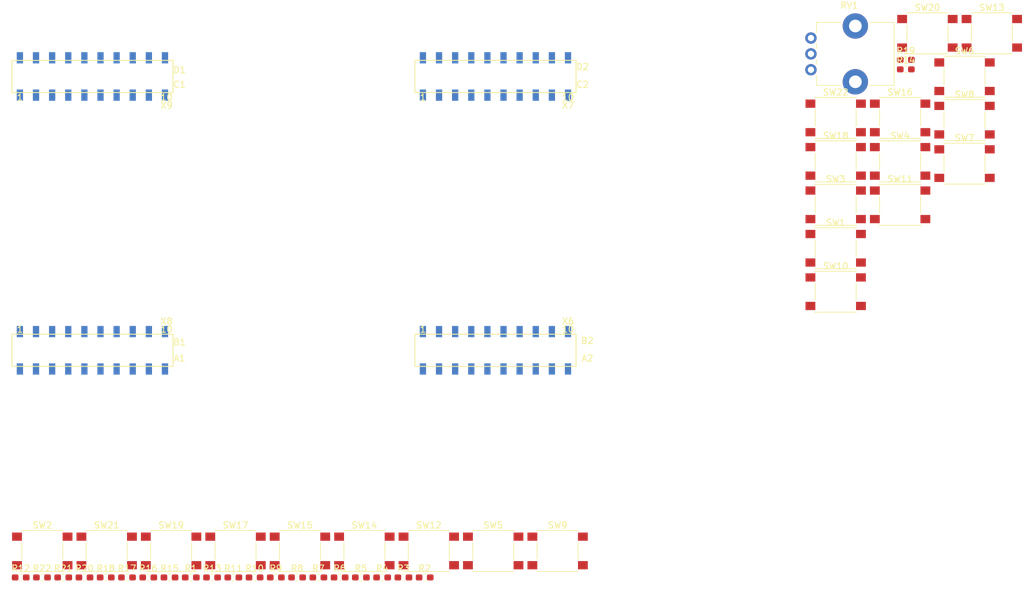
<source format=kicad_pcb>
(kicad_pcb (version 20171130) (host pcbnew "(5.0.1)-4")

  (general
    (thickness 1.6)
    (drawings 0)
    (tracks 0)
    (zones 0)
    (modules 46)
    (nets 99)
  )

  (page A4)
  (layers
    (0 F.Cu signal)
    (31 B.Cu signal)
    (32 B.Adhes user)
    (33 F.Adhes user)
    (34 B.Paste user)
    (35 F.Paste user)
    (36 B.SilkS user)
    (37 F.SilkS user)
    (38 B.Mask user)
    (39 F.Mask user)
    (40 Dwgs.User user)
    (41 Cmts.User user)
    (42 Eco1.User user)
    (43 Eco2.User user)
    (44 Edge.Cuts user)
    (45 Margin user)
    (46 B.CrtYd user)
    (47 F.CrtYd user)
    (48 B.Fab user)
    (49 F.Fab user)
  )

  (setup
    (last_trace_width 0.381)
    (user_trace_width 0.381)
    (user_trace_width 0.762)
    (trace_clearance 0.2)
    (zone_clearance 0.508)
    (zone_45_only no)
    (trace_min 0.2)
    (segment_width 0.2)
    (edge_width 0.15)
    (via_size 0.8)
    (via_drill 0.4)
    (via_min_size 0.4)
    (via_min_drill 0.3)
    (uvia_size 0.3)
    (uvia_drill 0.1)
    (uvias_allowed no)
    (uvia_min_size 0.2)
    (uvia_min_drill 0.1)
    (pcb_text_width 0.3)
    (pcb_text_size 1.5 1.5)
    (mod_edge_width 0.15)
    (mod_text_size 1 1)
    (mod_text_width 0.15)
    (pad_size 1.524 1.524)
    (pad_drill 0.762)
    (pad_to_mask_clearance 0.051)
    (solder_mask_min_width 0.25)
    (aux_axis_origin 0 0)
    (visible_elements FFFFFF7F)
    (pcbplotparams
      (layerselection 0x010fc_ffffffff)
      (usegerberextensions false)
      (usegerberattributes false)
      (usegerberadvancedattributes false)
      (creategerberjobfile false)
      (excludeedgelayer true)
      (linewidth 0.100000)
      (plotframeref false)
      (viasonmask false)
      (mode 1)
      (useauxorigin false)
      (hpglpennumber 1)
      (hpglpenspeed 20)
      (hpglpendiameter 15.000000)
      (psnegative false)
      (psa4output false)
      (plotreference true)
      (plotvalue true)
      (plotinvisibletext false)
      (padsonsilk false)
      (subtractmaskfromsilk false)
      (outputformat 1)
      (mirror false)
      (drillshape 1)
      (scaleselection 1)
      (outputdirectory ""))
  )

  (net 0 "")
  (net 1 GND)
  (net 2 Switch_Out_1)
  (net 3 Switch_Out_2)
  (net 4 Switch_Out_3)
  (net 5 Switch_Out_4)
  (net 6 Switch_Out_5)
  (net 7 Switch_Out_6)
  (net 8 Switch_Out_7)
  (net 9 Switch_Out_8)
  (net 10 Switch_Out_9)
  (net 11 Switch_Out_10)
  (net 12 Switch_Out_11)
  (net 13 Switch_Out_12)
  (net 14 Switch_Out_13)
  (net 15 Switch_Out_14)
  (net 16 Switch_Out_15)
  (net 17 Switch_Out_16)
  (net 18 Switch_Out_17)
  (net 19 Switch_Out_18)
  (net 20 Switch_Out_19)
  (net 21 Switch_Out_20)
  (net 22 Switch_Out_21)
  (net 23 Switch_Out_22)
  (net 24 Pot_Out)
  (net 25 +3V3)
  (net 26 "Net-(U1-Pad+3V3)")
  (net 27 "Net-(U1-PadPM6)")
  (net 28 "Net-(U1-PadPQ1)")
  (net 29 "Net-(U1-PadPQ2)")
  (net 30 "Net-(U1-PadPK0)")
  (net 31 "Net-(U1-PadPQ3)")
  (net 32 "Net-(U1-PadPP3)")
  (net 33 "Net-(U1-PadPQ0)")
  (net 34 "Net-(U1-PadPA4)")
  (net 35 "Net-(U1-PadRese)")
  (net 36 "Net-(U1-PadPA7)")
  (net 37 "Net-(U1-PadPN5)")
  (net 38 "Net-(U1-PadPK2)")
  (net 39 "Net-(U1-PadPK1)")
  (net 40 "Net-(U1-Pad+5V)")
  (net 41 "Net-(U1-PadGND)")
  (net 42 "Net-(U1-PadPB4)")
  (net 43 "Net-(U1-PadPB5)")
  (net 44 "Net-(U1-PadPK3)")
  (net 45 "Net-(U1-PadPA5)")
  (net 46 "Net-(U1-PadPD2)")
  (net 47 "Net-(U1-PadPP0)")
  (net 48 "Net-(U1-PadPP1)")
  (net 49 "Net-(U1-PadPD4)")
  (net 50 "Net-(U1-PadPD5)")
  (net 51 "Net-(U1-PadPP4)")
  (net 52 "Net-(U1-PadPN4)")
  (net 53 "Net-(U1-PadPG1)")
  (net 54 "Net-(U1-PadPK4)")
  (net 55 "Net-(U1-PadPK5)")
  (net 56 "Net-(U1-PadPM0)")
  (net 57 "Net-(U1-PadPM1)")
  (net 58 "Net-(U1-PadPM2)")
  (net 59 "Net-(U1-PadPH0)")
  (net 60 "Net-(U1-PadPH1)")
  (net 61 "Net-(U1-PadPK6)")
  (net 62 "Net-(U1-PadPM7)")
  (net 63 "Net-(U1-PadPP5)")
  (net 64 "Net-(U1-PadPE0)")
  (net 65 "Net-(U1-PadPE1)")
  (net 66 "Net-(U1-PadPE2)")
  (net 67 "Net-(U1-PadPE3)")
  (net 68 "Net-(U1-PadPD7)")
  (net 69 "Net-(U1-PadPA6)")
  (net 70 "Net-(U1-PadPM4)")
  (net 71 "Net-(U1-PadPM5)")
  (net 72 "Net-(U1-PadPE4)")
  (net 73 "Net-(U1-PadPC4)")
  (net 74 "Net-(U1-PadPC5)")
  (net 75 "Net-(U1-PadPC6)")
  (net 76 "Net-(U1-PadPE5)")
  (net 77 "Net-(U1-PadPD3)")
  (net 78 "Net-(U1-PadPC7)")
  (net 79 "Net-(U1-PadPB2)")
  (net 80 "Net-(U1-PadPB3)")
  (net 81 "Net-(U1-PadPF1)")
  (net 82 "Net-(U1-PadPF2)")
  (net 83 "Net-(U1-PadPF3)")
  (net 84 "Net-(U1-PadPG0)")
  (net 85 "Net-(U1-PadPL4)")
  (net 86 "Net-(U1-PadPL5)")
  (net 87 "Net-(U1-PadPL0)")
  (net 88 "Net-(U1-PadPL1)")
  (net 89 "Net-(U1-PadPL2)")
  (net 90 "Net-(U1-PadPL3)")
  (net 91 "Net-(U1-PadPM3)")
  (net 92 "Net-(U1-PadPH2)")
  (net 93 "Net-(U1-PadPH3)")
  (net 94 "Net-(U1-PadPD1)")
  (net 95 "Net-(U1-PadPD0)")
  (net 96 "Net-(U1-PadPN2)")
  (net 97 "Net-(U1-PadPN3)")
  (net 98 "Net-(U1-PadPP2)")

  (net_class Default "This is the default net class."
    (clearance 0.2)
    (trace_width 0.25)
    (via_dia 0.8)
    (via_drill 0.4)
    (uvia_dia 0.3)
    (uvia_drill 0.1)
    (add_net +3V3)
    (add_net GND)
    (add_net "Net-(U1-Pad+3V3)")
    (add_net "Net-(U1-Pad+5V)")
    (add_net "Net-(U1-PadGND)")
    (add_net "Net-(U1-PadPA4)")
    (add_net "Net-(U1-PadPA5)")
    (add_net "Net-(U1-PadPA6)")
    (add_net "Net-(U1-PadPA7)")
    (add_net "Net-(U1-PadPB2)")
    (add_net "Net-(U1-PadPB3)")
    (add_net "Net-(U1-PadPB4)")
    (add_net "Net-(U1-PadPB5)")
    (add_net "Net-(U1-PadPC4)")
    (add_net "Net-(U1-PadPC5)")
    (add_net "Net-(U1-PadPC6)")
    (add_net "Net-(U1-PadPC7)")
    (add_net "Net-(U1-PadPD0)")
    (add_net "Net-(U1-PadPD1)")
    (add_net "Net-(U1-PadPD2)")
    (add_net "Net-(U1-PadPD3)")
    (add_net "Net-(U1-PadPD4)")
    (add_net "Net-(U1-PadPD5)")
    (add_net "Net-(U1-PadPD7)")
    (add_net "Net-(U1-PadPE0)")
    (add_net "Net-(U1-PadPE1)")
    (add_net "Net-(U1-PadPE2)")
    (add_net "Net-(U1-PadPE3)")
    (add_net "Net-(U1-PadPE4)")
    (add_net "Net-(U1-PadPE5)")
    (add_net "Net-(U1-PadPF1)")
    (add_net "Net-(U1-PadPF2)")
    (add_net "Net-(U1-PadPF3)")
    (add_net "Net-(U1-PadPG0)")
    (add_net "Net-(U1-PadPG1)")
    (add_net "Net-(U1-PadPH0)")
    (add_net "Net-(U1-PadPH1)")
    (add_net "Net-(U1-PadPH2)")
    (add_net "Net-(U1-PadPH3)")
    (add_net "Net-(U1-PadPK0)")
    (add_net "Net-(U1-PadPK1)")
    (add_net "Net-(U1-PadPK2)")
    (add_net "Net-(U1-PadPK3)")
    (add_net "Net-(U1-PadPK4)")
    (add_net "Net-(U1-PadPK5)")
    (add_net "Net-(U1-PadPK6)")
    (add_net "Net-(U1-PadPL0)")
    (add_net "Net-(U1-PadPL1)")
    (add_net "Net-(U1-PadPL2)")
    (add_net "Net-(U1-PadPL3)")
    (add_net "Net-(U1-PadPL4)")
    (add_net "Net-(U1-PadPL5)")
    (add_net "Net-(U1-PadPM0)")
    (add_net "Net-(U1-PadPM1)")
    (add_net "Net-(U1-PadPM2)")
    (add_net "Net-(U1-PadPM3)")
    (add_net "Net-(U1-PadPM4)")
    (add_net "Net-(U1-PadPM5)")
    (add_net "Net-(U1-PadPM6)")
    (add_net "Net-(U1-PadPM7)")
    (add_net "Net-(U1-PadPN2)")
    (add_net "Net-(U1-PadPN3)")
    (add_net "Net-(U1-PadPN4)")
    (add_net "Net-(U1-PadPN5)")
    (add_net "Net-(U1-PadPP0)")
    (add_net "Net-(U1-PadPP1)")
    (add_net "Net-(U1-PadPP2)")
    (add_net "Net-(U1-PadPP3)")
    (add_net "Net-(U1-PadPP4)")
    (add_net "Net-(U1-PadPP5)")
    (add_net "Net-(U1-PadPQ0)")
    (add_net "Net-(U1-PadPQ1)")
    (add_net "Net-(U1-PadPQ2)")
    (add_net "Net-(U1-PadPQ3)")
    (add_net "Net-(U1-PadRese)")
    (add_net Pot_Out)
    (add_net Switch_Out_1)
    (add_net Switch_Out_10)
    (add_net Switch_Out_11)
    (add_net Switch_Out_12)
    (add_net Switch_Out_13)
    (add_net Switch_Out_14)
    (add_net Switch_Out_15)
    (add_net Switch_Out_16)
    (add_net Switch_Out_17)
    (add_net Switch_Out_18)
    (add_net Switch_Out_19)
    (add_net Switch_Out_2)
    (add_net Switch_Out_20)
    (add_net Switch_Out_21)
    (add_net Switch_Out_22)
    (add_net Switch_Out_3)
    (add_net Switch_Out_4)
    (add_net Switch_Out_5)
    (add_net Switch_Out_6)
    (add_net Switch_Out_7)
    (add_net Switch_Out_8)
    (add_net Switch_Out_9)
  )

  (module Resistor_SMD:R_0603_1608Metric_Pad1.05x0.95mm_HandSolder (layer F.Cu) (tedit 5B301BBD) (tstamp 5C38B7CF)
    (at 43.715001 200.995001)
    (descr "Resistor SMD 0603 (1608 Metric), square (rectangular) end terminal, IPC_7351 nominal with elongated pad for handsoldering. (Body size source: http://www.tortai-tech.com/upload/download/2011102023233369053.pdf), generated with kicad-footprint-generator")
    (tags "resistor handsolder")
    (path /5C1DADB8)
    (attr smd)
    (fp_text reference R1 (at 0 -1.43) (layer F.SilkS)
      (effects (font (size 1 1) (thickness 0.15)))
    )
    (fp_text value 10K (at 0 1.43) (layer F.Fab)
      (effects (font (size 1 1) (thickness 0.15)))
    )
    (fp_text user %R (at 0 0) (layer F.Fab)
      (effects (font (size 0.4 0.4) (thickness 0.06)))
    )
    (fp_line (start 1.65 0.73) (end -1.65 0.73) (layer F.CrtYd) (width 0.05))
    (fp_line (start 1.65 -0.73) (end 1.65 0.73) (layer F.CrtYd) (width 0.05))
    (fp_line (start -1.65 -0.73) (end 1.65 -0.73) (layer F.CrtYd) (width 0.05))
    (fp_line (start -1.65 0.73) (end -1.65 -0.73) (layer F.CrtYd) (width 0.05))
    (fp_line (start -0.171267 0.51) (end 0.171267 0.51) (layer F.SilkS) (width 0.12))
    (fp_line (start -0.171267 -0.51) (end 0.171267 -0.51) (layer F.SilkS) (width 0.12))
    (fp_line (start 0.8 0.4) (end -0.8 0.4) (layer F.Fab) (width 0.1))
    (fp_line (start 0.8 -0.4) (end 0.8 0.4) (layer F.Fab) (width 0.1))
    (fp_line (start -0.8 -0.4) (end 0.8 -0.4) (layer F.Fab) (width 0.1))
    (fp_line (start -0.8 0.4) (end -0.8 -0.4) (layer F.Fab) (width 0.1))
    (pad 2 smd roundrect (at 0.875 0) (size 1.05 0.95) (layers F.Cu F.Paste F.Mask) (roundrect_rratio 0.25)
      (net 1 GND))
    (pad 1 smd roundrect (at -0.875 0) (size 1.05 0.95) (layers F.Cu F.Paste F.Mask) (roundrect_rratio 0.25)
      (net 2 Switch_Out_1))
    (model ${KISYS3DMOD}/Resistor_SMD.3dshapes/R_0603_1608Metric.wrl
      (at (xyz 0 0 0))
      (scale (xyz 1 1 1))
      (rotate (xyz 0 0 0))
    )
  )

  (module Resistor_SMD:R_0603_1608Metric_Pad1.05x0.95mm_HandSolder (layer F.Cu) (tedit 5B301BBD) (tstamp 5C38B7E0)
    (at 80.565001 200.995001)
    (descr "Resistor SMD 0603 (1608 Metric), square (rectangular) end terminal, IPC_7351 nominal with elongated pad for handsoldering. (Body size source: http://www.tortai-tech.com/upload/download/2011102023233369053.pdf), generated with kicad-footprint-generator")
    (tags "resistor handsolder")
    (path /5C1DB8DD)
    (attr smd)
    (fp_text reference R2 (at 0 -1.43) (layer F.SilkS)
      (effects (font (size 1 1) (thickness 0.15)))
    )
    (fp_text value 10K (at 0 1.43) (layer F.Fab)
      (effects (font (size 1 1) (thickness 0.15)))
    )
    (fp_line (start -0.8 0.4) (end -0.8 -0.4) (layer F.Fab) (width 0.1))
    (fp_line (start -0.8 -0.4) (end 0.8 -0.4) (layer F.Fab) (width 0.1))
    (fp_line (start 0.8 -0.4) (end 0.8 0.4) (layer F.Fab) (width 0.1))
    (fp_line (start 0.8 0.4) (end -0.8 0.4) (layer F.Fab) (width 0.1))
    (fp_line (start -0.171267 -0.51) (end 0.171267 -0.51) (layer F.SilkS) (width 0.12))
    (fp_line (start -0.171267 0.51) (end 0.171267 0.51) (layer F.SilkS) (width 0.12))
    (fp_line (start -1.65 0.73) (end -1.65 -0.73) (layer F.CrtYd) (width 0.05))
    (fp_line (start -1.65 -0.73) (end 1.65 -0.73) (layer F.CrtYd) (width 0.05))
    (fp_line (start 1.65 -0.73) (end 1.65 0.73) (layer F.CrtYd) (width 0.05))
    (fp_line (start 1.65 0.73) (end -1.65 0.73) (layer F.CrtYd) (width 0.05))
    (fp_text user %R (at 0 0) (layer F.Fab)
      (effects (font (size 0.4 0.4) (thickness 0.06)))
    )
    (pad 1 smd roundrect (at -0.875 0) (size 1.05 0.95) (layers F.Cu F.Paste F.Mask) (roundrect_rratio 0.25)
      (net 3 Switch_Out_2))
    (pad 2 smd roundrect (at 0.875 0) (size 1.05 0.95) (layers F.Cu F.Paste F.Mask) (roundrect_rratio 0.25)
      (net 1 GND))
    (model ${KISYS3DMOD}/Resistor_SMD.3dshapes/R_0603_1608Metric.wrl
      (at (xyz 0 0 0))
      (scale (xyz 1 1 1))
      (rotate (xyz 0 0 0))
    )
  )

  (module Resistor_SMD:R_0603_1608Metric_Pad1.05x0.95mm_HandSolder (layer F.Cu) (tedit 5B301BBD) (tstamp 5C38B7F1)
    (at 77.215001 200.995001)
    (descr "Resistor SMD 0603 (1608 Metric), square (rectangular) end terminal, IPC_7351 nominal with elongated pad for handsoldering. (Body size source: http://www.tortai-tech.com/upload/download/2011102023233369053.pdf), generated with kicad-footprint-generator")
    (tags "resistor handsolder")
    (path /5C1DCCCC)
    (attr smd)
    (fp_text reference R3 (at 0 -1.43) (layer F.SilkS)
      (effects (font (size 1 1) (thickness 0.15)))
    )
    (fp_text value 10K (at 0 1.43) (layer F.Fab)
      (effects (font (size 1 1) (thickness 0.15)))
    )
    (fp_line (start -0.8 0.4) (end -0.8 -0.4) (layer F.Fab) (width 0.1))
    (fp_line (start -0.8 -0.4) (end 0.8 -0.4) (layer F.Fab) (width 0.1))
    (fp_line (start 0.8 -0.4) (end 0.8 0.4) (layer F.Fab) (width 0.1))
    (fp_line (start 0.8 0.4) (end -0.8 0.4) (layer F.Fab) (width 0.1))
    (fp_line (start -0.171267 -0.51) (end 0.171267 -0.51) (layer F.SilkS) (width 0.12))
    (fp_line (start -0.171267 0.51) (end 0.171267 0.51) (layer F.SilkS) (width 0.12))
    (fp_line (start -1.65 0.73) (end -1.65 -0.73) (layer F.CrtYd) (width 0.05))
    (fp_line (start -1.65 -0.73) (end 1.65 -0.73) (layer F.CrtYd) (width 0.05))
    (fp_line (start 1.65 -0.73) (end 1.65 0.73) (layer F.CrtYd) (width 0.05))
    (fp_line (start 1.65 0.73) (end -1.65 0.73) (layer F.CrtYd) (width 0.05))
    (fp_text user %R (at 0 0) (layer F.Fab)
      (effects (font (size 0.4 0.4) (thickness 0.06)))
    )
    (pad 1 smd roundrect (at -0.875 0) (size 1.05 0.95) (layers F.Cu F.Paste F.Mask) (roundrect_rratio 0.25)
      (net 4 Switch_Out_3))
    (pad 2 smd roundrect (at 0.875 0) (size 1.05 0.95) (layers F.Cu F.Paste F.Mask) (roundrect_rratio 0.25)
      (net 1 GND))
    (model ${KISYS3DMOD}/Resistor_SMD.3dshapes/R_0603_1608Metric.wrl
      (at (xyz 0 0 0))
      (scale (xyz 1 1 1))
      (rotate (xyz 0 0 0))
    )
  )

  (module Resistor_SMD:R_0603_1608Metric_Pad1.05x0.95mm_HandSolder (layer F.Cu) (tedit 5B301BBD) (tstamp 5C38B802)
    (at 73.865001 200.995001)
    (descr "Resistor SMD 0603 (1608 Metric), square (rectangular) end terminal, IPC_7351 nominal with elongated pad for handsoldering. (Body size source: http://www.tortai-tech.com/upload/download/2011102023233369053.pdf), generated with kicad-footprint-generator")
    (tags "resistor handsolder")
    (path /5C1DA8AD)
    (attr smd)
    (fp_text reference R4 (at 0 -1.43) (layer F.SilkS)
      (effects (font (size 1 1) (thickness 0.15)))
    )
    (fp_text value 10K (at 0 1.43) (layer F.Fab)
      (effects (font (size 1 1) (thickness 0.15)))
    )
    (fp_text user %R (at 0 0) (layer F.Fab)
      (effects (font (size 0.4 0.4) (thickness 0.06)))
    )
    (fp_line (start 1.65 0.73) (end -1.65 0.73) (layer F.CrtYd) (width 0.05))
    (fp_line (start 1.65 -0.73) (end 1.65 0.73) (layer F.CrtYd) (width 0.05))
    (fp_line (start -1.65 -0.73) (end 1.65 -0.73) (layer F.CrtYd) (width 0.05))
    (fp_line (start -1.65 0.73) (end -1.65 -0.73) (layer F.CrtYd) (width 0.05))
    (fp_line (start -0.171267 0.51) (end 0.171267 0.51) (layer F.SilkS) (width 0.12))
    (fp_line (start -0.171267 -0.51) (end 0.171267 -0.51) (layer F.SilkS) (width 0.12))
    (fp_line (start 0.8 0.4) (end -0.8 0.4) (layer F.Fab) (width 0.1))
    (fp_line (start 0.8 -0.4) (end 0.8 0.4) (layer F.Fab) (width 0.1))
    (fp_line (start -0.8 -0.4) (end 0.8 -0.4) (layer F.Fab) (width 0.1))
    (fp_line (start -0.8 0.4) (end -0.8 -0.4) (layer F.Fab) (width 0.1))
    (pad 2 smd roundrect (at 0.875 0) (size 1.05 0.95) (layers F.Cu F.Paste F.Mask) (roundrect_rratio 0.25)
      (net 1 GND))
    (pad 1 smd roundrect (at -0.875 0) (size 1.05 0.95) (layers F.Cu F.Paste F.Mask) (roundrect_rratio 0.25)
      (net 5 Switch_Out_4))
    (model ${KISYS3DMOD}/Resistor_SMD.3dshapes/R_0603_1608Metric.wrl
      (at (xyz 0 0 0))
      (scale (xyz 1 1 1))
      (rotate (xyz 0 0 0))
    )
  )

  (module Resistor_SMD:R_0603_1608Metric_Pad1.05x0.95mm_HandSolder (layer F.Cu) (tedit 5B301BBD) (tstamp 5C38B813)
    (at 70.515001 200.995001)
    (descr "Resistor SMD 0603 (1608 Metric), square (rectangular) end terminal, IPC_7351 nominal with elongated pad for handsoldering. (Body size source: http://www.tortai-tech.com/upload/download/2011102023233369053.pdf), generated with kicad-footprint-generator")
    (tags "resistor handsolder")
    (path /5C1D9E2F)
    (attr smd)
    (fp_text reference R5 (at 0 -1.43) (layer F.SilkS)
      (effects (font (size 1 1) (thickness 0.15)))
    )
    (fp_text value 10K (at 0 1.43) (layer F.Fab)
      (effects (font (size 1 1) (thickness 0.15)))
    )
    (fp_text user %R (at 0 0) (layer F.Fab)
      (effects (font (size 0.4 0.4) (thickness 0.06)))
    )
    (fp_line (start 1.65 0.73) (end -1.65 0.73) (layer F.CrtYd) (width 0.05))
    (fp_line (start 1.65 -0.73) (end 1.65 0.73) (layer F.CrtYd) (width 0.05))
    (fp_line (start -1.65 -0.73) (end 1.65 -0.73) (layer F.CrtYd) (width 0.05))
    (fp_line (start -1.65 0.73) (end -1.65 -0.73) (layer F.CrtYd) (width 0.05))
    (fp_line (start -0.171267 0.51) (end 0.171267 0.51) (layer F.SilkS) (width 0.12))
    (fp_line (start -0.171267 -0.51) (end 0.171267 -0.51) (layer F.SilkS) (width 0.12))
    (fp_line (start 0.8 0.4) (end -0.8 0.4) (layer F.Fab) (width 0.1))
    (fp_line (start 0.8 -0.4) (end 0.8 0.4) (layer F.Fab) (width 0.1))
    (fp_line (start -0.8 -0.4) (end 0.8 -0.4) (layer F.Fab) (width 0.1))
    (fp_line (start -0.8 0.4) (end -0.8 -0.4) (layer F.Fab) (width 0.1))
    (pad 2 smd roundrect (at 0.875 0) (size 1.05 0.95) (layers F.Cu F.Paste F.Mask) (roundrect_rratio 0.25)
      (net 1 GND))
    (pad 1 smd roundrect (at -0.875 0) (size 1.05 0.95) (layers F.Cu F.Paste F.Mask) (roundrect_rratio 0.25)
      (net 6 Switch_Out_5))
    (model ${KISYS3DMOD}/Resistor_SMD.3dshapes/R_0603_1608Metric.wrl
      (at (xyz 0 0 0))
      (scale (xyz 1 1 1))
      (rotate (xyz 0 0 0))
    )
  )

  (module Resistor_SMD:R_0603_1608Metric_Pad1.05x0.95mm_HandSolder (layer F.Cu) (tedit 5B301BBD) (tstamp 5C38B824)
    (at 67.165001 200.995001)
    (descr "Resistor SMD 0603 (1608 Metric), square (rectangular) end terminal, IPC_7351 nominal with elongated pad for handsoldering. (Body size source: http://www.tortai-tech.com/upload/download/2011102023233369053.pdf), generated with kicad-footprint-generator")
    (tags "resistor handsolder")
    (path /5C1DB287)
    (attr smd)
    (fp_text reference R6 (at 0 -1.43) (layer F.SilkS)
      (effects (font (size 1 1) (thickness 0.15)))
    )
    (fp_text value 10K (at 0 1.43) (layer F.Fab)
      (effects (font (size 1 1) (thickness 0.15)))
    )
    (fp_line (start -0.8 0.4) (end -0.8 -0.4) (layer F.Fab) (width 0.1))
    (fp_line (start -0.8 -0.4) (end 0.8 -0.4) (layer F.Fab) (width 0.1))
    (fp_line (start 0.8 -0.4) (end 0.8 0.4) (layer F.Fab) (width 0.1))
    (fp_line (start 0.8 0.4) (end -0.8 0.4) (layer F.Fab) (width 0.1))
    (fp_line (start -0.171267 -0.51) (end 0.171267 -0.51) (layer F.SilkS) (width 0.12))
    (fp_line (start -0.171267 0.51) (end 0.171267 0.51) (layer F.SilkS) (width 0.12))
    (fp_line (start -1.65 0.73) (end -1.65 -0.73) (layer F.CrtYd) (width 0.05))
    (fp_line (start -1.65 -0.73) (end 1.65 -0.73) (layer F.CrtYd) (width 0.05))
    (fp_line (start 1.65 -0.73) (end 1.65 0.73) (layer F.CrtYd) (width 0.05))
    (fp_line (start 1.65 0.73) (end -1.65 0.73) (layer F.CrtYd) (width 0.05))
    (fp_text user %R (at 0 0) (layer F.Fab)
      (effects (font (size 0.4 0.4) (thickness 0.06)))
    )
    (pad 1 smd roundrect (at -0.875 0) (size 1.05 0.95) (layers F.Cu F.Paste F.Mask) (roundrect_rratio 0.25)
      (net 7 Switch_Out_6))
    (pad 2 smd roundrect (at 0.875 0) (size 1.05 0.95) (layers F.Cu F.Paste F.Mask) (roundrect_rratio 0.25)
      (net 1 GND))
    (model ${KISYS3DMOD}/Resistor_SMD.3dshapes/R_0603_1608Metric.wrl
      (at (xyz 0 0 0))
      (scale (xyz 1 1 1))
      (rotate (xyz 0 0 0))
    )
  )

  (module Resistor_SMD:R_0603_1608Metric_Pad1.05x0.95mm_HandSolder (layer F.Cu) (tedit 5B301BBD) (tstamp 5C38B835)
    (at 63.815001 200.995001)
    (descr "Resistor SMD 0603 (1608 Metric), square (rectangular) end terminal, IPC_7351 nominal with elongated pad for handsoldering. (Body size source: http://www.tortai-tech.com/upload/download/2011102023233369053.pdf), generated with kicad-footprint-generator")
    (tags "resistor handsolder")
    (path /5C1DA7B8)
    (attr smd)
    (fp_text reference R7 (at 0 -1.43) (layer F.SilkS)
      (effects (font (size 1 1) (thickness 0.15)))
    )
    (fp_text value 10K (at 0 1.43) (layer F.Fab)
      (effects (font (size 1 1) (thickness 0.15)))
    )
    (fp_text user %R (at 0 0) (layer F.Fab)
      (effects (font (size 0.4 0.4) (thickness 0.06)))
    )
    (fp_line (start 1.65 0.73) (end -1.65 0.73) (layer F.CrtYd) (width 0.05))
    (fp_line (start 1.65 -0.73) (end 1.65 0.73) (layer F.CrtYd) (width 0.05))
    (fp_line (start -1.65 -0.73) (end 1.65 -0.73) (layer F.CrtYd) (width 0.05))
    (fp_line (start -1.65 0.73) (end -1.65 -0.73) (layer F.CrtYd) (width 0.05))
    (fp_line (start -0.171267 0.51) (end 0.171267 0.51) (layer F.SilkS) (width 0.12))
    (fp_line (start -0.171267 -0.51) (end 0.171267 -0.51) (layer F.SilkS) (width 0.12))
    (fp_line (start 0.8 0.4) (end -0.8 0.4) (layer F.Fab) (width 0.1))
    (fp_line (start 0.8 -0.4) (end 0.8 0.4) (layer F.Fab) (width 0.1))
    (fp_line (start -0.8 -0.4) (end 0.8 -0.4) (layer F.Fab) (width 0.1))
    (fp_line (start -0.8 0.4) (end -0.8 -0.4) (layer F.Fab) (width 0.1))
    (pad 2 smd roundrect (at 0.875 0) (size 1.05 0.95) (layers F.Cu F.Paste F.Mask) (roundrect_rratio 0.25)
      (net 1 GND))
    (pad 1 smd roundrect (at -0.875 0) (size 1.05 0.95) (layers F.Cu F.Paste F.Mask) (roundrect_rratio 0.25)
      (net 8 Switch_Out_7))
    (model ${KISYS3DMOD}/Resistor_SMD.3dshapes/R_0603_1608Metric.wrl
      (at (xyz 0 0 0))
      (scale (xyz 1 1 1))
      (rotate (xyz 0 0 0))
    )
  )

  (module Resistor_SMD:R_0603_1608Metric_Pad1.05x0.95mm_HandSolder (layer F.Cu) (tedit 5B301BBD) (tstamp 5C38B846)
    (at 60.465001 200.995001)
    (descr "Resistor SMD 0603 (1608 Metric), square (rectangular) end terminal, IPC_7351 nominal with elongated pad for handsoldering. (Body size source: http://www.tortai-tech.com/upload/download/2011102023233369053.pdf), generated with kicad-footprint-generator")
    (tags "resistor handsolder")
    (path /5C1DAA9F)
    (attr smd)
    (fp_text reference R8 (at 0 -1.43) (layer F.SilkS)
      (effects (font (size 1 1) (thickness 0.15)))
    )
    (fp_text value 10K (at 0 1.43) (layer F.Fab)
      (effects (font (size 1 1) (thickness 0.15)))
    )
    (fp_text user %R (at 0 0) (layer F.Fab)
      (effects (font (size 0.4 0.4) (thickness 0.06)))
    )
    (fp_line (start 1.65 0.73) (end -1.65 0.73) (layer F.CrtYd) (width 0.05))
    (fp_line (start 1.65 -0.73) (end 1.65 0.73) (layer F.CrtYd) (width 0.05))
    (fp_line (start -1.65 -0.73) (end 1.65 -0.73) (layer F.CrtYd) (width 0.05))
    (fp_line (start -1.65 0.73) (end -1.65 -0.73) (layer F.CrtYd) (width 0.05))
    (fp_line (start -0.171267 0.51) (end 0.171267 0.51) (layer F.SilkS) (width 0.12))
    (fp_line (start -0.171267 -0.51) (end 0.171267 -0.51) (layer F.SilkS) (width 0.12))
    (fp_line (start 0.8 0.4) (end -0.8 0.4) (layer F.Fab) (width 0.1))
    (fp_line (start 0.8 -0.4) (end 0.8 0.4) (layer F.Fab) (width 0.1))
    (fp_line (start -0.8 -0.4) (end 0.8 -0.4) (layer F.Fab) (width 0.1))
    (fp_line (start -0.8 0.4) (end -0.8 -0.4) (layer F.Fab) (width 0.1))
    (pad 2 smd roundrect (at 0.875 0) (size 1.05 0.95) (layers F.Cu F.Paste F.Mask) (roundrect_rratio 0.25)
      (net 1 GND))
    (pad 1 smd roundrect (at -0.875 0) (size 1.05 0.95) (layers F.Cu F.Paste F.Mask) (roundrect_rratio 0.25)
      (net 9 Switch_Out_8))
    (model ${KISYS3DMOD}/Resistor_SMD.3dshapes/R_0603_1608Metric.wrl
      (at (xyz 0 0 0))
      (scale (xyz 1 1 1))
      (rotate (xyz 0 0 0))
    )
  )

  (module Resistor_SMD:R_0603_1608Metric_Pad1.05x0.95mm_HandSolder (layer F.Cu) (tedit 5B301BBD) (tstamp 5C38B857)
    (at 57.115001 200.995001)
    (descr "Resistor SMD 0603 (1608 Metric), square (rectangular) end terminal, IPC_7351 nominal with elongated pad for handsoldering. (Body size source: http://www.tortai-tech.com/upload/download/2011102023233369053.pdf), generated with kicad-footprint-generator")
    (tags "resistor handsolder")
    (path /5C1DC1AD)
    (attr smd)
    (fp_text reference R9 (at 0 -1.43) (layer F.SilkS)
      (effects (font (size 1 1) (thickness 0.15)))
    )
    (fp_text value 10K (at 0 1.43) (layer F.Fab)
      (effects (font (size 1 1) (thickness 0.15)))
    )
    (fp_line (start -0.8 0.4) (end -0.8 -0.4) (layer F.Fab) (width 0.1))
    (fp_line (start -0.8 -0.4) (end 0.8 -0.4) (layer F.Fab) (width 0.1))
    (fp_line (start 0.8 -0.4) (end 0.8 0.4) (layer F.Fab) (width 0.1))
    (fp_line (start 0.8 0.4) (end -0.8 0.4) (layer F.Fab) (width 0.1))
    (fp_line (start -0.171267 -0.51) (end 0.171267 -0.51) (layer F.SilkS) (width 0.12))
    (fp_line (start -0.171267 0.51) (end 0.171267 0.51) (layer F.SilkS) (width 0.12))
    (fp_line (start -1.65 0.73) (end -1.65 -0.73) (layer F.CrtYd) (width 0.05))
    (fp_line (start -1.65 -0.73) (end 1.65 -0.73) (layer F.CrtYd) (width 0.05))
    (fp_line (start 1.65 -0.73) (end 1.65 0.73) (layer F.CrtYd) (width 0.05))
    (fp_line (start 1.65 0.73) (end -1.65 0.73) (layer F.CrtYd) (width 0.05))
    (fp_text user %R (at 0 0) (layer F.Fab)
      (effects (font (size 0.4 0.4) (thickness 0.06)))
    )
    (pad 1 smd roundrect (at -0.875 0) (size 1.05 0.95) (layers F.Cu F.Paste F.Mask) (roundrect_rratio 0.25)
      (net 10 Switch_Out_9))
    (pad 2 smd roundrect (at 0.875 0) (size 1.05 0.95) (layers F.Cu F.Paste F.Mask) (roundrect_rratio 0.25)
      (net 1 GND))
    (model ${KISYS3DMOD}/Resistor_SMD.3dshapes/R_0603_1608Metric.wrl
      (at (xyz 0 0 0))
      (scale (xyz 1 1 1))
      (rotate (xyz 0 0 0))
    )
  )

  (module Resistor_SMD:R_0603_1608Metric_Pad1.05x0.95mm_HandSolder (layer F.Cu) (tedit 5B301BBD) (tstamp 5C38B868)
    (at 53.765001 200.995001)
    (descr "Resistor SMD 0603 (1608 Metric), square (rectangular) end terminal, IPC_7351 nominal with elongated pad for handsoldering. (Body size source: http://www.tortai-tech.com/upload/download/2011102023233369053.pdf), generated with kicad-footprint-generator")
    (tags "resistor handsolder")
    (path /5C1DDA90)
    (attr smd)
    (fp_text reference R10 (at 0 -1.43) (layer F.SilkS)
      (effects (font (size 1 1) (thickness 0.15)))
    )
    (fp_text value 10K (at 0 1.43) (layer F.Fab)
      (effects (font (size 1 1) (thickness 0.15)))
    )
    (fp_line (start -0.8 0.4) (end -0.8 -0.4) (layer F.Fab) (width 0.1))
    (fp_line (start -0.8 -0.4) (end 0.8 -0.4) (layer F.Fab) (width 0.1))
    (fp_line (start 0.8 -0.4) (end 0.8 0.4) (layer F.Fab) (width 0.1))
    (fp_line (start 0.8 0.4) (end -0.8 0.4) (layer F.Fab) (width 0.1))
    (fp_line (start -0.171267 -0.51) (end 0.171267 -0.51) (layer F.SilkS) (width 0.12))
    (fp_line (start -0.171267 0.51) (end 0.171267 0.51) (layer F.SilkS) (width 0.12))
    (fp_line (start -1.65 0.73) (end -1.65 -0.73) (layer F.CrtYd) (width 0.05))
    (fp_line (start -1.65 -0.73) (end 1.65 -0.73) (layer F.CrtYd) (width 0.05))
    (fp_line (start 1.65 -0.73) (end 1.65 0.73) (layer F.CrtYd) (width 0.05))
    (fp_line (start 1.65 0.73) (end -1.65 0.73) (layer F.CrtYd) (width 0.05))
    (fp_text user %R (at 0 0) (layer F.Fab)
      (effects (font (size 0.4 0.4) (thickness 0.06)))
    )
    (pad 1 smd roundrect (at -0.875 0) (size 1.05 0.95) (layers F.Cu F.Paste F.Mask) (roundrect_rratio 0.25)
      (net 11 Switch_Out_10))
    (pad 2 smd roundrect (at 0.875 0) (size 1.05 0.95) (layers F.Cu F.Paste F.Mask) (roundrect_rratio 0.25)
      (net 1 GND))
    (model ${KISYS3DMOD}/Resistor_SMD.3dshapes/R_0603_1608Metric.wrl
      (at (xyz 0 0 0))
      (scale (xyz 1 1 1))
      (rotate (xyz 0 0 0))
    )
  )

  (module Resistor_SMD:R_0603_1608Metric_Pad1.05x0.95mm_HandSolder (layer F.Cu) (tedit 5B301BBD) (tstamp 5C38B879)
    (at 50.415001 200.995001)
    (descr "Resistor SMD 0603 (1608 Metric), square (rectangular) end terminal, IPC_7351 nominal with elongated pad for handsoldering. (Body size source: http://www.tortai-tech.com/upload/download/2011102023233369053.pdf), generated with kicad-footprint-generator")
    (tags "resistor handsolder")
    (path /5C1EE2A5)
    (attr smd)
    (fp_text reference R11 (at 0 -1.43) (layer F.SilkS)
      (effects (font (size 1 1) (thickness 0.15)))
    )
    (fp_text value 10K (at 0 1.43) (layer F.Fab)
      (effects (font (size 1 1) (thickness 0.15)))
    )
    (fp_text user %R (at 0 0) (layer F.Fab)
      (effects (font (size 0.4 0.4) (thickness 0.06)))
    )
    (fp_line (start 1.65 0.73) (end -1.65 0.73) (layer F.CrtYd) (width 0.05))
    (fp_line (start 1.65 -0.73) (end 1.65 0.73) (layer F.CrtYd) (width 0.05))
    (fp_line (start -1.65 -0.73) (end 1.65 -0.73) (layer F.CrtYd) (width 0.05))
    (fp_line (start -1.65 0.73) (end -1.65 -0.73) (layer F.CrtYd) (width 0.05))
    (fp_line (start -0.171267 0.51) (end 0.171267 0.51) (layer F.SilkS) (width 0.12))
    (fp_line (start -0.171267 -0.51) (end 0.171267 -0.51) (layer F.SilkS) (width 0.12))
    (fp_line (start 0.8 0.4) (end -0.8 0.4) (layer F.Fab) (width 0.1))
    (fp_line (start 0.8 -0.4) (end 0.8 0.4) (layer F.Fab) (width 0.1))
    (fp_line (start -0.8 -0.4) (end 0.8 -0.4) (layer F.Fab) (width 0.1))
    (fp_line (start -0.8 0.4) (end -0.8 -0.4) (layer F.Fab) (width 0.1))
    (pad 2 smd roundrect (at 0.875 0) (size 1.05 0.95) (layers F.Cu F.Paste F.Mask) (roundrect_rratio 0.25)
      (net 1 GND))
    (pad 1 smd roundrect (at -0.875 0) (size 1.05 0.95) (layers F.Cu F.Paste F.Mask) (roundrect_rratio 0.25)
      (net 12 Switch_Out_11))
    (model ${KISYS3DMOD}/Resistor_SMD.3dshapes/R_0603_1608Metric.wrl
      (at (xyz 0 0 0))
      (scale (xyz 1 1 1))
      (rotate (xyz 0 0 0))
    )
  )

  (module Resistor_SMD:R_0603_1608Metric_Pad1.05x0.95mm_HandSolder (layer F.Cu) (tedit 5B301BBD) (tstamp 5C38B88A)
    (at 16.915001 200.995001)
    (descr "Resistor SMD 0603 (1608 Metric), square (rectangular) end terminal, IPC_7351 nominal with elongated pad for handsoldering. (Body size source: http://www.tortai-tech.com/upload/download/2011102023233369053.pdf), generated with kicad-footprint-generator")
    (tags "resistor handsolder")
    (path /5C1EE2E9)
    (attr smd)
    (fp_text reference R12 (at 0 -1.43) (layer F.SilkS)
      (effects (font (size 1 1) (thickness 0.15)))
    )
    (fp_text value 10K (at 0 1.43) (layer F.Fab)
      (effects (font (size 1 1) (thickness 0.15)))
    )
    (fp_text user %R (at 0 0) (layer F.Fab)
      (effects (font (size 0.4 0.4) (thickness 0.06)))
    )
    (fp_line (start 1.65 0.73) (end -1.65 0.73) (layer F.CrtYd) (width 0.05))
    (fp_line (start 1.65 -0.73) (end 1.65 0.73) (layer F.CrtYd) (width 0.05))
    (fp_line (start -1.65 -0.73) (end 1.65 -0.73) (layer F.CrtYd) (width 0.05))
    (fp_line (start -1.65 0.73) (end -1.65 -0.73) (layer F.CrtYd) (width 0.05))
    (fp_line (start -0.171267 0.51) (end 0.171267 0.51) (layer F.SilkS) (width 0.12))
    (fp_line (start -0.171267 -0.51) (end 0.171267 -0.51) (layer F.SilkS) (width 0.12))
    (fp_line (start 0.8 0.4) (end -0.8 0.4) (layer F.Fab) (width 0.1))
    (fp_line (start 0.8 -0.4) (end 0.8 0.4) (layer F.Fab) (width 0.1))
    (fp_line (start -0.8 -0.4) (end 0.8 -0.4) (layer F.Fab) (width 0.1))
    (fp_line (start -0.8 0.4) (end -0.8 -0.4) (layer F.Fab) (width 0.1))
    (pad 2 smd roundrect (at 0.875 0) (size 1.05 0.95) (layers F.Cu F.Paste F.Mask) (roundrect_rratio 0.25)
      (net 1 GND))
    (pad 1 smd roundrect (at -0.875 0) (size 1.05 0.95) (layers F.Cu F.Paste F.Mask) (roundrect_rratio 0.25)
      (net 13 Switch_Out_12))
    (model ${KISYS3DMOD}/Resistor_SMD.3dshapes/R_0603_1608Metric.wrl
      (at (xyz 0 0 0))
      (scale (xyz 1 1 1))
      (rotate (xyz 0 0 0))
    )
  )

  (module Resistor_SMD:R_0603_1608Metric_Pad1.05x0.95mm_HandSolder (layer F.Cu) (tedit 5B301BBD) (tstamp 5C38B89B)
    (at 47.065001 200.995001)
    (descr "Resistor SMD 0603 (1608 Metric), square (rectangular) end terminal, IPC_7351 nominal with elongated pad for handsoldering. (Body size source: http://www.tortai-tech.com/upload/download/2011102023233369053.pdf), generated with kicad-footprint-generator")
    (tags "resistor handsolder")
    (path /5C1EE32D)
    (attr smd)
    (fp_text reference R13 (at 0 -1.43) (layer F.SilkS)
      (effects (font (size 1 1) (thickness 0.15)))
    )
    (fp_text value 10K (at 0 1.43) (layer F.Fab)
      (effects (font (size 1 1) (thickness 0.15)))
    )
    (fp_line (start -0.8 0.4) (end -0.8 -0.4) (layer F.Fab) (width 0.1))
    (fp_line (start -0.8 -0.4) (end 0.8 -0.4) (layer F.Fab) (width 0.1))
    (fp_line (start 0.8 -0.4) (end 0.8 0.4) (layer F.Fab) (width 0.1))
    (fp_line (start 0.8 0.4) (end -0.8 0.4) (layer F.Fab) (width 0.1))
    (fp_line (start -0.171267 -0.51) (end 0.171267 -0.51) (layer F.SilkS) (width 0.12))
    (fp_line (start -0.171267 0.51) (end 0.171267 0.51) (layer F.SilkS) (width 0.12))
    (fp_line (start -1.65 0.73) (end -1.65 -0.73) (layer F.CrtYd) (width 0.05))
    (fp_line (start -1.65 -0.73) (end 1.65 -0.73) (layer F.CrtYd) (width 0.05))
    (fp_line (start 1.65 -0.73) (end 1.65 0.73) (layer F.CrtYd) (width 0.05))
    (fp_line (start 1.65 0.73) (end -1.65 0.73) (layer F.CrtYd) (width 0.05))
    (fp_text user %R (at 0 0) (layer F.Fab)
      (effects (font (size 0.4 0.4) (thickness 0.06)))
    )
    (pad 1 smd roundrect (at -0.875 0) (size 1.05 0.95) (layers F.Cu F.Paste F.Mask) (roundrect_rratio 0.25)
      (net 14 Switch_Out_13))
    (pad 2 smd roundrect (at 0.875 0) (size 1.05 0.95) (layers F.Cu F.Paste F.Mask) (roundrect_rratio 0.25)
      (net 1 GND))
    (model ${KISYS3DMOD}/Resistor_SMD.3dshapes/R_0603_1608Metric.wrl
      (at (xyz 0 0 0))
      (scale (xyz 1 1 1))
      (rotate (xyz 0 0 0))
    )
  )

  (module Resistor_SMD:R_0603_1608Metric_Pad1.05x0.95mm_HandSolder (layer F.Cu) (tedit 5B301BBD) (tstamp 5C38B8AC)
    (at 156.375001 120.875001)
    (descr "Resistor SMD 0603 (1608 Metric), square (rectangular) end terminal, IPC_7351 nominal with elongated pad for handsoldering. (Body size source: http://www.tortai-tech.com/upload/download/2011102023233369053.pdf), generated with kicad-footprint-generator")
    (tags "resistor handsolder")
    (path /5C1EE261)
    (attr smd)
    (fp_text reference R14 (at 0 -1.43) (layer F.SilkS)
      (effects (font (size 1 1) (thickness 0.15)))
    )
    (fp_text value 10K (at 0 1.43) (layer F.Fab)
      (effects (font (size 1 1) (thickness 0.15)))
    )
    (fp_text user %R (at 0 0) (layer F.Fab)
      (effects (font (size 0.4 0.4) (thickness 0.06)))
    )
    (fp_line (start 1.65 0.73) (end -1.65 0.73) (layer F.CrtYd) (width 0.05))
    (fp_line (start 1.65 -0.73) (end 1.65 0.73) (layer F.CrtYd) (width 0.05))
    (fp_line (start -1.65 -0.73) (end 1.65 -0.73) (layer F.CrtYd) (width 0.05))
    (fp_line (start -1.65 0.73) (end -1.65 -0.73) (layer F.CrtYd) (width 0.05))
    (fp_line (start -0.171267 0.51) (end 0.171267 0.51) (layer F.SilkS) (width 0.12))
    (fp_line (start -0.171267 -0.51) (end 0.171267 -0.51) (layer F.SilkS) (width 0.12))
    (fp_line (start 0.8 0.4) (end -0.8 0.4) (layer F.Fab) (width 0.1))
    (fp_line (start 0.8 -0.4) (end 0.8 0.4) (layer F.Fab) (width 0.1))
    (fp_line (start -0.8 -0.4) (end 0.8 -0.4) (layer F.Fab) (width 0.1))
    (fp_line (start -0.8 0.4) (end -0.8 -0.4) (layer F.Fab) (width 0.1))
    (pad 2 smd roundrect (at 0.875 0) (size 1.05 0.95) (layers F.Cu F.Paste F.Mask) (roundrect_rratio 0.25)
      (net 1 GND))
    (pad 1 smd roundrect (at -0.875 0) (size 1.05 0.95) (layers F.Cu F.Paste F.Mask) (roundrect_rratio 0.25)
      (net 15 Switch_Out_14))
    (model ${KISYS3DMOD}/Resistor_SMD.3dshapes/R_0603_1608Metric.wrl
      (at (xyz 0 0 0))
      (scale (xyz 1 1 1))
      (rotate (xyz 0 0 0))
    )
  )

  (module Resistor_SMD:R_0603_1608Metric_Pad1.05x0.95mm_HandSolder (layer F.Cu) (tedit 5B301BBD) (tstamp 5C38B8BD)
    (at 40.365001 200.995001)
    (descr "Resistor SMD 0603 (1608 Metric), square (rectangular) end terminal, IPC_7351 nominal with elongated pad for handsoldering. (Body size source: http://www.tortai-tech.com/upload/download/2011102023233369053.pdf), generated with kicad-footprint-generator")
    (tags "resistor handsolder")
    (path /5C1EE21D)
    (attr smd)
    (fp_text reference R15 (at 0 -1.43) (layer F.SilkS)
      (effects (font (size 1 1) (thickness 0.15)))
    )
    (fp_text value 10K (at 0 1.43) (layer F.Fab)
      (effects (font (size 1 1) (thickness 0.15)))
    )
    (fp_line (start -0.8 0.4) (end -0.8 -0.4) (layer F.Fab) (width 0.1))
    (fp_line (start -0.8 -0.4) (end 0.8 -0.4) (layer F.Fab) (width 0.1))
    (fp_line (start 0.8 -0.4) (end 0.8 0.4) (layer F.Fab) (width 0.1))
    (fp_line (start 0.8 0.4) (end -0.8 0.4) (layer F.Fab) (width 0.1))
    (fp_line (start -0.171267 -0.51) (end 0.171267 -0.51) (layer F.SilkS) (width 0.12))
    (fp_line (start -0.171267 0.51) (end 0.171267 0.51) (layer F.SilkS) (width 0.12))
    (fp_line (start -1.65 0.73) (end -1.65 -0.73) (layer F.CrtYd) (width 0.05))
    (fp_line (start -1.65 -0.73) (end 1.65 -0.73) (layer F.CrtYd) (width 0.05))
    (fp_line (start 1.65 -0.73) (end 1.65 0.73) (layer F.CrtYd) (width 0.05))
    (fp_line (start 1.65 0.73) (end -1.65 0.73) (layer F.CrtYd) (width 0.05))
    (fp_text user %R (at 0 0) (layer F.Fab)
      (effects (font (size 0.4 0.4) (thickness 0.06)))
    )
    (pad 1 smd roundrect (at -0.875 0) (size 1.05 0.95) (layers F.Cu F.Paste F.Mask) (roundrect_rratio 0.25)
      (net 16 Switch_Out_15))
    (pad 2 smd roundrect (at 0.875 0) (size 1.05 0.95) (layers F.Cu F.Paste F.Mask) (roundrect_rratio 0.25)
      (net 1 GND))
    (model ${KISYS3DMOD}/Resistor_SMD.3dshapes/R_0603_1608Metric.wrl
      (at (xyz 0 0 0))
      (scale (xyz 1 1 1))
      (rotate (xyz 0 0 0))
    )
  )

  (module Resistor_SMD:R_0603_1608Metric_Pad1.05x0.95mm_HandSolder (layer F.Cu) (tedit 5B301BBD) (tstamp 5C38B8CE)
    (at 37.015001 200.995001)
    (descr "Resistor SMD 0603 (1608 Metric), square (rectangular) end terminal, IPC_7351 nominal with elongated pad for handsoldering. (Body size source: http://www.tortai-tech.com/upload/download/2011102023233369053.pdf), generated with kicad-footprint-generator")
    (tags "resistor handsolder")
    (path /5C1EE2C7)
    (attr smd)
    (fp_text reference R16 (at 0 -1.43) (layer F.SilkS)
      (effects (font (size 1 1) (thickness 0.15)))
    )
    (fp_text value 10K (at 0 1.43) (layer F.Fab)
      (effects (font (size 1 1) (thickness 0.15)))
    )
    (fp_text user %R (at 0 0) (layer F.Fab)
      (effects (font (size 0.4 0.4) (thickness 0.06)))
    )
    (fp_line (start 1.65 0.73) (end -1.65 0.73) (layer F.CrtYd) (width 0.05))
    (fp_line (start 1.65 -0.73) (end 1.65 0.73) (layer F.CrtYd) (width 0.05))
    (fp_line (start -1.65 -0.73) (end 1.65 -0.73) (layer F.CrtYd) (width 0.05))
    (fp_line (start -1.65 0.73) (end -1.65 -0.73) (layer F.CrtYd) (width 0.05))
    (fp_line (start -0.171267 0.51) (end 0.171267 0.51) (layer F.SilkS) (width 0.12))
    (fp_line (start -0.171267 -0.51) (end 0.171267 -0.51) (layer F.SilkS) (width 0.12))
    (fp_line (start 0.8 0.4) (end -0.8 0.4) (layer F.Fab) (width 0.1))
    (fp_line (start 0.8 -0.4) (end 0.8 0.4) (layer F.Fab) (width 0.1))
    (fp_line (start -0.8 -0.4) (end 0.8 -0.4) (layer F.Fab) (width 0.1))
    (fp_line (start -0.8 0.4) (end -0.8 -0.4) (layer F.Fab) (width 0.1))
    (pad 2 smd roundrect (at 0.875 0) (size 1.05 0.95) (layers F.Cu F.Paste F.Mask) (roundrect_rratio 0.25)
      (net 1 GND))
    (pad 1 smd roundrect (at -0.875 0) (size 1.05 0.95) (layers F.Cu F.Paste F.Mask) (roundrect_rratio 0.25)
      (net 17 Switch_Out_16))
    (model ${KISYS3DMOD}/Resistor_SMD.3dshapes/R_0603_1608Metric.wrl
      (at (xyz 0 0 0))
      (scale (xyz 1 1 1))
      (rotate (xyz 0 0 0))
    )
  )

  (module Resistor_SMD:R_0603_1608Metric_Pad1.05x0.95mm_HandSolder (layer F.Cu) (tedit 5B301BBD) (tstamp 5C38B8DF)
    (at 33.665001 200.995001)
    (descr "Resistor SMD 0603 (1608 Metric), square (rectangular) end terminal, IPC_7351 nominal with elongated pad for handsoldering. (Body size source: http://www.tortai-tech.com/upload/download/2011102023233369053.pdf), generated with kicad-footprint-generator")
    (tags "resistor handsolder")
    (path /5C1EE23F)
    (attr smd)
    (fp_text reference R17 (at 0 -1.43) (layer F.SilkS)
      (effects (font (size 1 1) (thickness 0.15)))
    )
    (fp_text value 10K (at 0 1.43) (layer F.Fab)
      (effects (font (size 1 1) (thickness 0.15)))
    )
    (fp_text user %R (at 0 0) (layer F.Fab)
      (effects (font (size 0.4 0.4) (thickness 0.06)))
    )
    (fp_line (start 1.65 0.73) (end -1.65 0.73) (layer F.CrtYd) (width 0.05))
    (fp_line (start 1.65 -0.73) (end 1.65 0.73) (layer F.CrtYd) (width 0.05))
    (fp_line (start -1.65 -0.73) (end 1.65 -0.73) (layer F.CrtYd) (width 0.05))
    (fp_line (start -1.65 0.73) (end -1.65 -0.73) (layer F.CrtYd) (width 0.05))
    (fp_line (start -0.171267 0.51) (end 0.171267 0.51) (layer F.SilkS) (width 0.12))
    (fp_line (start -0.171267 -0.51) (end 0.171267 -0.51) (layer F.SilkS) (width 0.12))
    (fp_line (start 0.8 0.4) (end -0.8 0.4) (layer F.Fab) (width 0.1))
    (fp_line (start 0.8 -0.4) (end 0.8 0.4) (layer F.Fab) (width 0.1))
    (fp_line (start -0.8 -0.4) (end 0.8 -0.4) (layer F.Fab) (width 0.1))
    (fp_line (start -0.8 0.4) (end -0.8 -0.4) (layer F.Fab) (width 0.1))
    (pad 2 smd roundrect (at 0.875 0) (size 1.05 0.95) (layers F.Cu F.Paste F.Mask) (roundrect_rratio 0.25)
      (net 1 GND))
    (pad 1 smd roundrect (at -0.875 0) (size 1.05 0.95) (layers F.Cu F.Paste F.Mask) (roundrect_rratio 0.25)
      (net 18 Switch_Out_17))
    (model ${KISYS3DMOD}/Resistor_SMD.3dshapes/R_0603_1608Metric.wrl
      (at (xyz 0 0 0))
      (scale (xyz 1 1 1))
      (rotate (xyz 0 0 0))
    )
  )

  (module Resistor_SMD:R_0603_1608Metric_Pad1.05x0.95mm_HandSolder (layer F.Cu) (tedit 5B301BBD) (tstamp 5C38B8F0)
    (at 30.315001 200.995001)
    (descr "Resistor SMD 0603 (1608 Metric), square (rectangular) end terminal, IPC_7351 nominal with elongated pad for handsoldering. (Body size source: http://www.tortai-tech.com/upload/download/2011102023233369053.pdf), generated with kicad-footprint-generator")
    (tags "resistor handsolder")
    (path /5C1EE283)
    (attr smd)
    (fp_text reference R18 (at 0 -1.43) (layer F.SilkS)
      (effects (font (size 1 1) (thickness 0.15)))
    )
    (fp_text value 10K (at 0 1.43) (layer F.Fab)
      (effects (font (size 1 1) (thickness 0.15)))
    )
    (fp_text user %R (at 0 0) (layer F.Fab)
      (effects (font (size 0.4 0.4) (thickness 0.06)))
    )
    (fp_line (start 1.65 0.73) (end -1.65 0.73) (layer F.CrtYd) (width 0.05))
    (fp_line (start 1.65 -0.73) (end 1.65 0.73) (layer F.CrtYd) (width 0.05))
    (fp_line (start -1.65 -0.73) (end 1.65 -0.73) (layer F.CrtYd) (width 0.05))
    (fp_line (start -1.65 0.73) (end -1.65 -0.73) (layer F.CrtYd) (width 0.05))
    (fp_line (start -0.171267 0.51) (end 0.171267 0.51) (layer F.SilkS) (width 0.12))
    (fp_line (start -0.171267 -0.51) (end 0.171267 -0.51) (layer F.SilkS) (width 0.12))
    (fp_line (start 0.8 0.4) (end -0.8 0.4) (layer F.Fab) (width 0.1))
    (fp_line (start 0.8 -0.4) (end 0.8 0.4) (layer F.Fab) (width 0.1))
    (fp_line (start -0.8 -0.4) (end 0.8 -0.4) (layer F.Fab) (width 0.1))
    (fp_line (start -0.8 0.4) (end -0.8 -0.4) (layer F.Fab) (width 0.1))
    (pad 2 smd roundrect (at 0.875 0) (size 1.05 0.95) (layers F.Cu F.Paste F.Mask) (roundrect_rratio 0.25)
      (net 1 GND))
    (pad 1 smd roundrect (at -0.875 0) (size 1.05 0.95) (layers F.Cu F.Paste F.Mask) (roundrect_rratio 0.25)
      (net 19 Switch_Out_18))
    (model ${KISYS3DMOD}/Resistor_SMD.3dshapes/R_0603_1608Metric.wrl
      (at (xyz 0 0 0))
      (scale (xyz 1 1 1))
      (rotate (xyz 0 0 0))
    )
  )

  (module Resistor_SMD:R_0603_1608Metric_Pad1.05x0.95mm_HandSolder (layer F.Cu) (tedit 5B301BBD) (tstamp 5C38B901)
    (at 156.375001 119.365001)
    (descr "Resistor SMD 0603 (1608 Metric), square (rectangular) end terminal, IPC_7351 nominal with elongated pad for handsoldering. (Body size source: http://www.tortai-tech.com/upload/download/2011102023233369053.pdf), generated with kicad-footprint-generator")
    (tags "resistor handsolder")
    (path /5C1EE30B)
    (attr smd)
    (fp_text reference R19 (at 0 -1.43) (layer F.SilkS)
      (effects (font (size 1 1) (thickness 0.15)))
    )
    (fp_text value 10K (at 0 1.43) (layer F.Fab)
      (effects (font (size 1 1) (thickness 0.15)))
    )
    (fp_line (start -0.8 0.4) (end -0.8 -0.4) (layer F.Fab) (width 0.1))
    (fp_line (start -0.8 -0.4) (end 0.8 -0.4) (layer F.Fab) (width 0.1))
    (fp_line (start 0.8 -0.4) (end 0.8 0.4) (layer F.Fab) (width 0.1))
    (fp_line (start 0.8 0.4) (end -0.8 0.4) (layer F.Fab) (width 0.1))
    (fp_line (start -0.171267 -0.51) (end 0.171267 -0.51) (layer F.SilkS) (width 0.12))
    (fp_line (start -0.171267 0.51) (end 0.171267 0.51) (layer F.SilkS) (width 0.12))
    (fp_line (start -1.65 0.73) (end -1.65 -0.73) (layer F.CrtYd) (width 0.05))
    (fp_line (start -1.65 -0.73) (end 1.65 -0.73) (layer F.CrtYd) (width 0.05))
    (fp_line (start 1.65 -0.73) (end 1.65 0.73) (layer F.CrtYd) (width 0.05))
    (fp_line (start 1.65 0.73) (end -1.65 0.73) (layer F.CrtYd) (width 0.05))
    (fp_text user %R (at 0 0) (layer F.Fab)
      (effects (font (size 0.4 0.4) (thickness 0.06)))
    )
    (pad 1 smd roundrect (at -0.875 0) (size 1.05 0.95) (layers F.Cu F.Paste F.Mask) (roundrect_rratio 0.25)
      (net 20 Switch_Out_19))
    (pad 2 smd roundrect (at 0.875 0) (size 1.05 0.95) (layers F.Cu F.Paste F.Mask) (roundrect_rratio 0.25)
      (net 1 GND))
    (model ${KISYS3DMOD}/Resistor_SMD.3dshapes/R_0603_1608Metric.wrl
      (at (xyz 0 0 0))
      (scale (xyz 1 1 1))
      (rotate (xyz 0 0 0))
    )
  )

  (module Resistor_SMD:R_0603_1608Metric_Pad1.05x0.95mm_HandSolder (layer F.Cu) (tedit 5B301BBD) (tstamp 5C38B912)
    (at 26.965001 200.995001)
    (descr "Resistor SMD 0603 (1608 Metric), square (rectangular) end terminal, IPC_7351 nominal with elongated pad for handsoldering. (Body size source: http://www.tortai-tech.com/upload/download/2011102023233369053.pdf), generated with kicad-footprint-generator")
    (tags "resistor handsolder")
    (path /5C1EE34F)
    (attr smd)
    (fp_text reference R20 (at 0 -1.43) (layer F.SilkS)
      (effects (font (size 1 1) (thickness 0.15)))
    )
    (fp_text value 10K (at 0 1.43) (layer F.Fab)
      (effects (font (size 1 1) (thickness 0.15)))
    )
    (fp_line (start -0.8 0.4) (end -0.8 -0.4) (layer F.Fab) (width 0.1))
    (fp_line (start -0.8 -0.4) (end 0.8 -0.4) (layer F.Fab) (width 0.1))
    (fp_line (start 0.8 -0.4) (end 0.8 0.4) (layer F.Fab) (width 0.1))
    (fp_line (start 0.8 0.4) (end -0.8 0.4) (layer F.Fab) (width 0.1))
    (fp_line (start -0.171267 -0.51) (end 0.171267 -0.51) (layer F.SilkS) (width 0.12))
    (fp_line (start -0.171267 0.51) (end 0.171267 0.51) (layer F.SilkS) (width 0.12))
    (fp_line (start -1.65 0.73) (end -1.65 -0.73) (layer F.CrtYd) (width 0.05))
    (fp_line (start -1.65 -0.73) (end 1.65 -0.73) (layer F.CrtYd) (width 0.05))
    (fp_line (start 1.65 -0.73) (end 1.65 0.73) (layer F.CrtYd) (width 0.05))
    (fp_line (start 1.65 0.73) (end -1.65 0.73) (layer F.CrtYd) (width 0.05))
    (fp_text user %R (at 0 0) (layer F.Fab)
      (effects (font (size 0.4 0.4) (thickness 0.06)))
    )
    (pad 1 smd roundrect (at -0.875 0) (size 1.05 0.95) (layers F.Cu F.Paste F.Mask) (roundrect_rratio 0.25)
      (net 21 Switch_Out_20))
    (pad 2 smd roundrect (at 0.875 0) (size 1.05 0.95) (layers F.Cu F.Paste F.Mask) (roundrect_rratio 0.25)
      (net 1 GND))
    (model ${KISYS3DMOD}/Resistor_SMD.3dshapes/R_0603_1608Metric.wrl
      (at (xyz 0 0 0))
      (scale (xyz 1 1 1))
      (rotate (xyz 0 0 0))
    )
  )

  (module Resistor_SMD:R_0603_1608Metric_Pad1.05x0.95mm_HandSolder (layer F.Cu) (tedit 5B301BBD) (tstamp 5C38B923)
    (at 23.615001 200.995001)
    (descr "Resistor SMD 0603 (1608 Metric), square (rectangular) end terminal, IPC_7351 nominal with elongated pad for handsoldering. (Body size source: http://www.tortai-tech.com/upload/download/2011102023233369053.pdf), generated with kicad-footprint-generator")
    (tags "resistor handsolder")
    (path /5C1FCFDD)
    (attr smd)
    (fp_text reference R21 (at 0 -1.43) (layer F.SilkS)
      (effects (font (size 1 1) (thickness 0.15)))
    )
    (fp_text value 10K (at 0 1.43) (layer F.Fab)
      (effects (font (size 1 1) (thickness 0.15)))
    )
    (fp_line (start -0.8 0.4) (end -0.8 -0.4) (layer F.Fab) (width 0.1))
    (fp_line (start -0.8 -0.4) (end 0.8 -0.4) (layer F.Fab) (width 0.1))
    (fp_line (start 0.8 -0.4) (end 0.8 0.4) (layer F.Fab) (width 0.1))
    (fp_line (start 0.8 0.4) (end -0.8 0.4) (layer F.Fab) (width 0.1))
    (fp_line (start -0.171267 -0.51) (end 0.171267 -0.51) (layer F.SilkS) (width 0.12))
    (fp_line (start -0.171267 0.51) (end 0.171267 0.51) (layer F.SilkS) (width 0.12))
    (fp_line (start -1.65 0.73) (end -1.65 -0.73) (layer F.CrtYd) (width 0.05))
    (fp_line (start -1.65 -0.73) (end 1.65 -0.73) (layer F.CrtYd) (width 0.05))
    (fp_line (start 1.65 -0.73) (end 1.65 0.73) (layer F.CrtYd) (width 0.05))
    (fp_line (start 1.65 0.73) (end -1.65 0.73) (layer F.CrtYd) (width 0.05))
    (fp_text user %R (at 0 0) (layer F.Fab)
      (effects (font (size 0.4 0.4) (thickness 0.06)))
    )
    (pad 1 smd roundrect (at -0.875 0) (size 1.05 0.95) (layers F.Cu F.Paste F.Mask) (roundrect_rratio 0.25)
      (net 22 Switch_Out_21))
    (pad 2 smd roundrect (at 0.875 0) (size 1.05 0.95) (layers F.Cu F.Paste F.Mask) (roundrect_rratio 0.25)
      (net 1 GND))
    (model ${KISYS3DMOD}/Resistor_SMD.3dshapes/R_0603_1608Metric.wrl
      (at (xyz 0 0 0))
      (scale (xyz 1 1 1))
      (rotate (xyz 0 0 0))
    )
  )

  (module Resistor_SMD:R_0603_1608Metric_Pad1.05x0.95mm_HandSolder (layer F.Cu) (tedit 5B301BBD) (tstamp 5C38B934)
    (at 20.265001 200.995001)
    (descr "Resistor SMD 0603 (1608 Metric), square (rectangular) end terminal, IPC_7351 nominal with elongated pad for handsoldering. (Body size source: http://www.tortai-tech.com/upload/download/2011102023233369053.pdf), generated with kicad-footprint-generator")
    (tags "resistor handsolder")
    (path /5C1FCFBB)
    (attr smd)
    (fp_text reference R22 (at 0 -1.43) (layer F.SilkS)
      (effects (font (size 1 1) (thickness 0.15)))
    )
    (fp_text value 10K (at 0 1.43) (layer F.Fab)
      (effects (font (size 1 1) (thickness 0.15)))
    )
    (fp_line (start -0.8 0.4) (end -0.8 -0.4) (layer F.Fab) (width 0.1))
    (fp_line (start -0.8 -0.4) (end 0.8 -0.4) (layer F.Fab) (width 0.1))
    (fp_line (start 0.8 -0.4) (end 0.8 0.4) (layer F.Fab) (width 0.1))
    (fp_line (start 0.8 0.4) (end -0.8 0.4) (layer F.Fab) (width 0.1))
    (fp_line (start -0.171267 -0.51) (end 0.171267 -0.51) (layer F.SilkS) (width 0.12))
    (fp_line (start -0.171267 0.51) (end 0.171267 0.51) (layer F.SilkS) (width 0.12))
    (fp_line (start -1.65 0.73) (end -1.65 -0.73) (layer F.CrtYd) (width 0.05))
    (fp_line (start -1.65 -0.73) (end 1.65 -0.73) (layer F.CrtYd) (width 0.05))
    (fp_line (start 1.65 -0.73) (end 1.65 0.73) (layer F.CrtYd) (width 0.05))
    (fp_line (start 1.65 0.73) (end -1.65 0.73) (layer F.CrtYd) (width 0.05))
    (fp_text user %R (at 0 0) (layer F.Fab)
      (effects (font (size 0.4 0.4) (thickness 0.06)))
    )
    (pad 1 smd roundrect (at -0.875 0) (size 1.05 0.95) (layers F.Cu F.Paste F.Mask) (roundrect_rratio 0.25)
      (net 23 Switch_Out_22))
    (pad 2 smd roundrect (at 0.875 0) (size 1.05 0.95) (layers F.Cu F.Paste F.Mask) (roundrect_rratio 0.25)
      (net 1 GND))
    (model ${KISYS3DMOD}/Resistor_SMD.3dshapes/R_0603_1608Metric.wrl
      (at (xyz 0 0 0))
      (scale (xyz 1 1 1))
      (rotate (xyz 0 0 0))
    )
  )

  (module Potentiometer_THT:Potentiometer_Bourns_PTV09A-1_Single_Vertical (layer F.Cu) (tedit 5A3D4993) (tstamp 5C38B950)
    (at 141.425001 120.935001)
    (descr "Potentiometer, vertical, Bourns PTV09A-1 Single, http://www.bourns.com/docs/Product-Datasheets/ptv09.pdf")
    (tags "Potentiometer vertical Bourns PTV09A-1 Single")
    (path /5C1DA3F0)
    (fp_text reference RV1 (at 6.05 -10.15) (layer F.SilkS)
      (effects (font (size 1 1) (thickness 0.15)))
    )
    (fp_text value R_POT (at 6.05 5.15) (layer F.Fab)
      (effects (font (size 1 1) (thickness 0.15)))
    )
    (fp_circle (center 7.5 -2.5) (end 10.5 -2.5) (layer F.Fab) (width 0.1))
    (fp_line (start 1 -7.35) (end 1 2.35) (layer F.Fab) (width 0.1))
    (fp_line (start 1 2.35) (end 13 2.35) (layer F.Fab) (width 0.1))
    (fp_line (start 13 2.35) (end 13 -7.35) (layer F.Fab) (width 0.1))
    (fp_line (start 13 -7.35) (end 1 -7.35) (layer F.Fab) (width 0.1))
    (fp_line (start 0.88 -7.47) (end 4.745 -7.47) (layer F.SilkS) (width 0.12))
    (fp_line (start 9.255 -7.47) (end 13.12 -7.47) (layer F.SilkS) (width 0.12))
    (fp_line (start 0.88 2.47) (end 4.745 2.47) (layer F.SilkS) (width 0.12))
    (fp_line (start 9.255 2.47) (end 13.12 2.47) (layer F.SilkS) (width 0.12))
    (fp_line (start 0.88 -7.47) (end 0.88 -5.871) (layer F.SilkS) (width 0.12))
    (fp_line (start 0.88 -4.129) (end 0.88 -3.37) (layer F.SilkS) (width 0.12))
    (fp_line (start 0.88 -1.629) (end 0.88 -0.87) (layer F.SilkS) (width 0.12))
    (fp_line (start 0.88 0.87) (end 0.88 2.47) (layer F.SilkS) (width 0.12))
    (fp_line (start 13.12 -7.47) (end 13.12 2.47) (layer F.SilkS) (width 0.12))
    (fp_line (start -1.15 -9.15) (end -1.15 4.15) (layer F.CrtYd) (width 0.05))
    (fp_line (start -1.15 4.15) (end 13.25 4.15) (layer F.CrtYd) (width 0.05))
    (fp_line (start 13.25 4.15) (end 13.25 -9.15) (layer F.CrtYd) (width 0.05))
    (fp_line (start 13.25 -9.15) (end -1.15 -9.15) (layer F.CrtYd) (width 0.05))
    (fp_text user %R (at 2 -2.5 90) (layer F.Fab)
      (effects (font (size 1 1) (thickness 0.15)))
    )
    (pad 3 thru_hole circle (at 0 -5) (size 1.8 1.8) (drill 1) (layers *.Cu *.Mask)
      (net 1 GND))
    (pad 2 thru_hole circle (at 0 -2.5) (size 1.8 1.8) (drill 1) (layers *.Cu *.Mask)
      (net 24 Pot_Out))
    (pad 1 thru_hole circle (at 0 0) (size 1.8 1.8) (drill 1) (layers *.Cu *.Mask)
      (net 25 +3V3))
    (pad "" np_thru_hole circle (at 7 -6.9) (size 4 4) (drill 2) (layers *.Cu *.Mask))
    (pad "" np_thru_hole circle (at 7 1.9) (size 4 4) (drill 2) (layers *.Cu *.Mask))
    (model ${KISYS3DMOD}/Potentiometer_THT.3dshapes/Potentiometer_Bourns_PTV09A-1_Single_Vertical.wrl
      (at (xyz 0 0 0))
      (scale (xyz 1 1 1))
      (rotate (xyz 0 0 0))
    )
  )

  (module Button_Switch_SMD:SW_SPST_PTS645 (layer F.Cu) (tedit 5A02FC95) (tstamp 5C38B96A)
    (at 145.325001 149.085001)
    (descr "C&K Components SPST SMD PTS645 Series 6mm Tact Switch")
    (tags "SPST Button Switch")
    (path /5C1DADAD)
    (attr smd)
    (fp_text reference SW1 (at 0 -4.05) (layer F.SilkS)
      (effects (font (size 1 1) (thickness 0.15)))
    )
    (fp_text value SW_Push (at 0 4.15) (layer F.Fab)
      (effects (font (size 1 1) (thickness 0.15)))
    )
    (fp_text user %R (at 0 -4.05) (layer F.Fab)
      (effects (font (size 1 1) (thickness 0.15)))
    )
    (fp_line (start -3 -3) (end -3 3) (layer F.Fab) (width 0.1))
    (fp_line (start -3 3) (end 3 3) (layer F.Fab) (width 0.1))
    (fp_line (start 3 3) (end 3 -3) (layer F.Fab) (width 0.1))
    (fp_line (start 3 -3) (end -3 -3) (layer F.Fab) (width 0.1))
    (fp_line (start 5.05 3.4) (end 5.05 -3.4) (layer F.CrtYd) (width 0.05))
    (fp_line (start -5.05 -3.4) (end -5.05 3.4) (layer F.CrtYd) (width 0.05))
    (fp_line (start -5.05 3.4) (end 5.05 3.4) (layer F.CrtYd) (width 0.05))
    (fp_line (start -5.05 -3.4) (end 5.05 -3.4) (layer F.CrtYd) (width 0.05))
    (fp_line (start 3.23 -3.23) (end 3.23 -3.2) (layer F.SilkS) (width 0.12))
    (fp_line (start 3.23 3.23) (end 3.23 3.2) (layer F.SilkS) (width 0.12))
    (fp_line (start -3.23 3.23) (end -3.23 3.2) (layer F.SilkS) (width 0.12))
    (fp_line (start -3.23 -3.2) (end -3.23 -3.23) (layer F.SilkS) (width 0.12))
    (fp_line (start 3.23 -1.3) (end 3.23 1.3) (layer F.SilkS) (width 0.12))
    (fp_line (start -3.23 -3.23) (end 3.23 -3.23) (layer F.SilkS) (width 0.12))
    (fp_line (start -3.23 -1.3) (end -3.23 1.3) (layer F.SilkS) (width 0.12))
    (fp_line (start -3.23 3.23) (end 3.23 3.23) (layer F.SilkS) (width 0.12))
    (fp_circle (center 0 0) (end 1.75 -0.05) (layer F.Fab) (width 0.1))
    (pad 2 smd rect (at -3.98 2.25) (size 1.55 1.3) (layers F.Cu F.Paste F.Mask)
      (net 2 Switch_Out_1))
    (pad 1 smd rect (at -3.98 -2.25) (size 1.55 1.3) (layers F.Cu F.Paste F.Mask)
      (net 25 +3V3))
    (pad 1 smd rect (at 3.98 -2.25) (size 1.55 1.3) (layers F.Cu F.Paste F.Mask)
      (net 25 +3V3))
    (pad 2 smd rect (at 3.98 2.25) (size 1.55 1.3) (layers F.Cu F.Paste F.Mask)
      (net 2 Switch_Out_1))
    (model ${KISYS3DMOD}/Button_Switch_SMD.3dshapes/SW_SPST_PTS645.wrl
      (at (xyz 0 0 0))
      (scale (xyz 1 1 1))
      (rotate (xyz 0 0 0))
    )
  )

  (module Button_Switch_SMD:SW_SPST_PTS645 (layer F.Cu) (tedit 5A02FC95) (tstamp 5C38B984)
    (at 20.315001 196.815001)
    (descr "C&K Components SPST SMD PTS645 Series 6mm Tact Switch")
    (tags "SPST Button Switch")
    (path /5C1DB8D2)
    (attr smd)
    (fp_text reference SW2 (at 0 -4.05) (layer F.SilkS)
      (effects (font (size 1 1) (thickness 0.15)))
    )
    (fp_text value SW_Push (at 0 4.15) (layer F.Fab)
      (effects (font (size 1 1) (thickness 0.15)))
    )
    (fp_text user %R (at 0 -4.05) (layer F.Fab)
      (effects (font (size 1 1) (thickness 0.15)))
    )
    (fp_line (start -3 -3) (end -3 3) (layer F.Fab) (width 0.1))
    (fp_line (start -3 3) (end 3 3) (layer F.Fab) (width 0.1))
    (fp_line (start 3 3) (end 3 -3) (layer F.Fab) (width 0.1))
    (fp_line (start 3 -3) (end -3 -3) (layer F.Fab) (width 0.1))
    (fp_line (start 5.05 3.4) (end 5.05 -3.4) (layer F.CrtYd) (width 0.05))
    (fp_line (start -5.05 -3.4) (end -5.05 3.4) (layer F.CrtYd) (width 0.05))
    (fp_line (start -5.05 3.4) (end 5.05 3.4) (layer F.CrtYd) (width 0.05))
    (fp_line (start -5.05 -3.4) (end 5.05 -3.4) (layer F.CrtYd) (width 0.05))
    (fp_line (start 3.23 -3.23) (end 3.23 -3.2) (layer F.SilkS) (width 0.12))
    (fp_line (start 3.23 3.23) (end 3.23 3.2) (layer F.SilkS) (width 0.12))
    (fp_line (start -3.23 3.23) (end -3.23 3.2) (layer F.SilkS) (width 0.12))
    (fp_line (start -3.23 -3.2) (end -3.23 -3.23) (layer F.SilkS) (width 0.12))
    (fp_line (start 3.23 -1.3) (end 3.23 1.3) (layer F.SilkS) (width 0.12))
    (fp_line (start -3.23 -3.23) (end 3.23 -3.23) (layer F.SilkS) (width 0.12))
    (fp_line (start -3.23 -1.3) (end -3.23 1.3) (layer F.SilkS) (width 0.12))
    (fp_line (start -3.23 3.23) (end 3.23 3.23) (layer F.SilkS) (width 0.12))
    (fp_circle (center 0 0) (end 1.75 -0.05) (layer F.Fab) (width 0.1))
    (pad 2 smd rect (at -3.98 2.25) (size 1.55 1.3) (layers F.Cu F.Paste F.Mask)
      (net 3 Switch_Out_2))
    (pad 1 smd rect (at -3.98 -2.25) (size 1.55 1.3) (layers F.Cu F.Paste F.Mask)
      (net 25 +3V3))
    (pad 1 smd rect (at 3.98 -2.25) (size 1.55 1.3) (layers F.Cu F.Paste F.Mask)
      (net 25 +3V3))
    (pad 2 smd rect (at 3.98 2.25) (size 1.55 1.3) (layers F.Cu F.Paste F.Mask)
      (net 3 Switch_Out_2))
    (model ${KISYS3DMOD}/Button_Switch_SMD.3dshapes/SW_SPST_PTS645.wrl
      (at (xyz 0 0 0))
      (scale (xyz 1 1 1))
      (rotate (xyz 0 0 0))
    )
  )

  (module Button_Switch_SMD:SW_SPST_PTS645 (layer F.Cu) (tedit 5A02FC95) (tstamp 5C38B99E)
    (at 145.325001 142.235001)
    (descr "C&K Components SPST SMD PTS645 Series 6mm Tact Switch")
    (tags "SPST Button Switch")
    (path /5C1DCCC1)
    (attr smd)
    (fp_text reference SW3 (at 0 -4.05) (layer F.SilkS)
      (effects (font (size 1 1) (thickness 0.15)))
    )
    (fp_text value SW_Push (at 0 4.15) (layer F.Fab)
      (effects (font (size 1 1) (thickness 0.15)))
    )
    (fp_text user %R (at 0 -4.05) (layer F.Fab)
      (effects (font (size 1 1) (thickness 0.15)))
    )
    (fp_line (start -3 -3) (end -3 3) (layer F.Fab) (width 0.1))
    (fp_line (start -3 3) (end 3 3) (layer F.Fab) (width 0.1))
    (fp_line (start 3 3) (end 3 -3) (layer F.Fab) (width 0.1))
    (fp_line (start 3 -3) (end -3 -3) (layer F.Fab) (width 0.1))
    (fp_line (start 5.05 3.4) (end 5.05 -3.4) (layer F.CrtYd) (width 0.05))
    (fp_line (start -5.05 -3.4) (end -5.05 3.4) (layer F.CrtYd) (width 0.05))
    (fp_line (start -5.05 3.4) (end 5.05 3.4) (layer F.CrtYd) (width 0.05))
    (fp_line (start -5.05 -3.4) (end 5.05 -3.4) (layer F.CrtYd) (width 0.05))
    (fp_line (start 3.23 -3.23) (end 3.23 -3.2) (layer F.SilkS) (width 0.12))
    (fp_line (start 3.23 3.23) (end 3.23 3.2) (layer F.SilkS) (width 0.12))
    (fp_line (start -3.23 3.23) (end -3.23 3.2) (layer F.SilkS) (width 0.12))
    (fp_line (start -3.23 -3.2) (end -3.23 -3.23) (layer F.SilkS) (width 0.12))
    (fp_line (start 3.23 -1.3) (end 3.23 1.3) (layer F.SilkS) (width 0.12))
    (fp_line (start -3.23 -3.23) (end 3.23 -3.23) (layer F.SilkS) (width 0.12))
    (fp_line (start -3.23 -1.3) (end -3.23 1.3) (layer F.SilkS) (width 0.12))
    (fp_line (start -3.23 3.23) (end 3.23 3.23) (layer F.SilkS) (width 0.12))
    (fp_circle (center 0 0) (end 1.75 -0.05) (layer F.Fab) (width 0.1))
    (pad 2 smd rect (at -3.98 2.25) (size 1.55 1.3) (layers F.Cu F.Paste F.Mask)
      (net 4 Switch_Out_3))
    (pad 1 smd rect (at -3.98 -2.25) (size 1.55 1.3) (layers F.Cu F.Paste F.Mask)
      (net 25 +3V3))
    (pad 1 smd rect (at 3.98 -2.25) (size 1.55 1.3) (layers F.Cu F.Paste F.Mask)
      (net 25 +3V3))
    (pad 2 smd rect (at 3.98 2.25) (size 1.55 1.3) (layers F.Cu F.Paste F.Mask)
      (net 4 Switch_Out_3))
    (model ${KISYS3DMOD}/Button_Switch_SMD.3dshapes/SW_SPST_PTS645.wrl
      (at (xyz 0 0 0))
      (scale (xyz 1 1 1))
      (rotate (xyz 0 0 0))
    )
  )

  (module Button_Switch_SMD:SW_SPST_PTS645 (layer F.Cu) (tedit 5A02FC95) (tstamp 5C38B9B8)
    (at 155.475001 135.385001)
    (descr "C&K Components SPST SMD PTS645 Series 6mm Tact Switch")
    (tags "SPST Button Switch")
    (path /5C1DA8A2)
    (attr smd)
    (fp_text reference SW4 (at 0 -4.05) (layer F.SilkS)
      (effects (font (size 1 1) (thickness 0.15)))
    )
    (fp_text value SW_Push (at 0 4.15) (layer F.Fab)
      (effects (font (size 1 1) (thickness 0.15)))
    )
    (fp_text user %R (at 0 -4.05) (layer F.Fab)
      (effects (font (size 1 1) (thickness 0.15)))
    )
    (fp_line (start -3 -3) (end -3 3) (layer F.Fab) (width 0.1))
    (fp_line (start -3 3) (end 3 3) (layer F.Fab) (width 0.1))
    (fp_line (start 3 3) (end 3 -3) (layer F.Fab) (width 0.1))
    (fp_line (start 3 -3) (end -3 -3) (layer F.Fab) (width 0.1))
    (fp_line (start 5.05 3.4) (end 5.05 -3.4) (layer F.CrtYd) (width 0.05))
    (fp_line (start -5.05 -3.4) (end -5.05 3.4) (layer F.CrtYd) (width 0.05))
    (fp_line (start -5.05 3.4) (end 5.05 3.4) (layer F.CrtYd) (width 0.05))
    (fp_line (start -5.05 -3.4) (end 5.05 -3.4) (layer F.CrtYd) (width 0.05))
    (fp_line (start 3.23 -3.23) (end 3.23 -3.2) (layer F.SilkS) (width 0.12))
    (fp_line (start 3.23 3.23) (end 3.23 3.2) (layer F.SilkS) (width 0.12))
    (fp_line (start -3.23 3.23) (end -3.23 3.2) (layer F.SilkS) (width 0.12))
    (fp_line (start -3.23 -3.2) (end -3.23 -3.23) (layer F.SilkS) (width 0.12))
    (fp_line (start 3.23 -1.3) (end 3.23 1.3) (layer F.SilkS) (width 0.12))
    (fp_line (start -3.23 -3.23) (end 3.23 -3.23) (layer F.SilkS) (width 0.12))
    (fp_line (start -3.23 -1.3) (end -3.23 1.3) (layer F.SilkS) (width 0.12))
    (fp_line (start -3.23 3.23) (end 3.23 3.23) (layer F.SilkS) (width 0.12))
    (fp_circle (center 0 0) (end 1.75 -0.05) (layer F.Fab) (width 0.1))
    (pad 2 smd rect (at -3.98 2.25) (size 1.55 1.3) (layers F.Cu F.Paste F.Mask)
      (net 5 Switch_Out_4))
    (pad 1 smd rect (at -3.98 -2.25) (size 1.55 1.3) (layers F.Cu F.Paste F.Mask)
      (net 25 +3V3))
    (pad 1 smd rect (at 3.98 -2.25) (size 1.55 1.3) (layers F.Cu F.Paste F.Mask)
      (net 25 +3V3))
    (pad 2 smd rect (at 3.98 2.25) (size 1.55 1.3) (layers F.Cu F.Paste F.Mask)
      (net 5 Switch_Out_4))
    (model ${KISYS3DMOD}/Button_Switch_SMD.3dshapes/SW_SPST_PTS645.wrl
      (at (xyz 0 0 0))
      (scale (xyz 1 1 1))
      (rotate (xyz 0 0 0))
    )
  )

  (module Button_Switch_SMD:SW_SPST_PTS645 (layer F.Cu) (tedit 5A02FC95) (tstamp 5C38B9D2)
    (at 91.365001 196.815001)
    (descr "C&K Components SPST SMD PTS645 Series 6mm Tact Switch")
    (tags "SPST Button Switch")
    (path /5C1D9A23)
    (attr smd)
    (fp_text reference SW5 (at 0 -4.05) (layer F.SilkS)
      (effects (font (size 1 1) (thickness 0.15)))
    )
    (fp_text value SW_Push (at 0 4.15) (layer F.Fab)
      (effects (font (size 1 1) (thickness 0.15)))
    )
    (fp_circle (center 0 0) (end 1.75 -0.05) (layer F.Fab) (width 0.1))
    (fp_line (start -3.23 3.23) (end 3.23 3.23) (layer F.SilkS) (width 0.12))
    (fp_line (start -3.23 -1.3) (end -3.23 1.3) (layer F.SilkS) (width 0.12))
    (fp_line (start -3.23 -3.23) (end 3.23 -3.23) (layer F.SilkS) (width 0.12))
    (fp_line (start 3.23 -1.3) (end 3.23 1.3) (layer F.SilkS) (width 0.12))
    (fp_line (start -3.23 -3.2) (end -3.23 -3.23) (layer F.SilkS) (width 0.12))
    (fp_line (start -3.23 3.23) (end -3.23 3.2) (layer F.SilkS) (width 0.12))
    (fp_line (start 3.23 3.23) (end 3.23 3.2) (layer F.SilkS) (width 0.12))
    (fp_line (start 3.23 -3.23) (end 3.23 -3.2) (layer F.SilkS) (width 0.12))
    (fp_line (start -5.05 -3.4) (end 5.05 -3.4) (layer F.CrtYd) (width 0.05))
    (fp_line (start -5.05 3.4) (end 5.05 3.4) (layer F.CrtYd) (width 0.05))
    (fp_line (start -5.05 -3.4) (end -5.05 3.4) (layer F.CrtYd) (width 0.05))
    (fp_line (start 5.05 3.4) (end 5.05 -3.4) (layer F.CrtYd) (width 0.05))
    (fp_line (start 3 -3) (end -3 -3) (layer F.Fab) (width 0.1))
    (fp_line (start 3 3) (end 3 -3) (layer F.Fab) (width 0.1))
    (fp_line (start -3 3) (end 3 3) (layer F.Fab) (width 0.1))
    (fp_line (start -3 -3) (end -3 3) (layer F.Fab) (width 0.1))
    (fp_text user %R (at 0 -4.05) (layer F.Fab)
      (effects (font (size 1 1) (thickness 0.15)))
    )
    (pad 2 smd rect (at 3.98 2.25) (size 1.55 1.3) (layers F.Cu F.Paste F.Mask)
      (net 6 Switch_Out_5))
    (pad 1 smd rect (at 3.98 -2.25) (size 1.55 1.3) (layers F.Cu F.Paste F.Mask)
      (net 25 +3V3))
    (pad 1 smd rect (at -3.98 -2.25) (size 1.55 1.3) (layers F.Cu F.Paste F.Mask)
      (net 25 +3V3))
    (pad 2 smd rect (at -3.98 2.25) (size 1.55 1.3) (layers F.Cu F.Paste F.Mask)
      (net 6 Switch_Out_5))
    (model ${KISYS3DMOD}/Button_Switch_SMD.3dshapes/SW_SPST_PTS645.wrl
      (at (xyz 0 0 0))
      (scale (xyz 1 1 1))
      (rotate (xyz 0 0 0))
    )
  )

  (module Button_Switch_SMD:SW_SPST_PTS645 (layer F.Cu) (tedit 5A02FC95) (tstamp 5C38B9EC)
    (at 165.625001 122.035001)
    (descr "C&K Components SPST SMD PTS645 Series 6mm Tact Switch")
    (tags "SPST Button Switch")
    (path /5C1DB27C)
    (attr smd)
    (fp_text reference SW6 (at 0 -4.05) (layer F.SilkS)
      (effects (font (size 1 1) (thickness 0.15)))
    )
    (fp_text value SW_Push (at 0 4.15) (layer F.Fab)
      (effects (font (size 1 1) (thickness 0.15)))
    )
    (fp_text user %R (at 0 -4.05) (layer F.Fab)
      (effects (font (size 1 1) (thickness 0.15)))
    )
    (fp_line (start -3 -3) (end -3 3) (layer F.Fab) (width 0.1))
    (fp_line (start -3 3) (end 3 3) (layer F.Fab) (width 0.1))
    (fp_line (start 3 3) (end 3 -3) (layer F.Fab) (width 0.1))
    (fp_line (start 3 -3) (end -3 -3) (layer F.Fab) (width 0.1))
    (fp_line (start 5.05 3.4) (end 5.05 -3.4) (layer F.CrtYd) (width 0.05))
    (fp_line (start -5.05 -3.4) (end -5.05 3.4) (layer F.CrtYd) (width 0.05))
    (fp_line (start -5.05 3.4) (end 5.05 3.4) (layer F.CrtYd) (width 0.05))
    (fp_line (start -5.05 -3.4) (end 5.05 -3.4) (layer F.CrtYd) (width 0.05))
    (fp_line (start 3.23 -3.23) (end 3.23 -3.2) (layer F.SilkS) (width 0.12))
    (fp_line (start 3.23 3.23) (end 3.23 3.2) (layer F.SilkS) (width 0.12))
    (fp_line (start -3.23 3.23) (end -3.23 3.2) (layer F.SilkS) (width 0.12))
    (fp_line (start -3.23 -3.2) (end -3.23 -3.23) (layer F.SilkS) (width 0.12))
    (fp_line (start 3.23 -1.3) (end 3.23 1.3) (layer F.SilkS) (width 0.12))
    (fp_line (start -3.23 -3.23) (end 3.23 -3.23) (layer F.SilkS) (width 0.12))
    (fp_line (start -3.23 -1.3) (end -3.23 1.3) (layer F.SilkS) (width 0.12))
    (fp_line (start -3.23 3.23) (end 3.23 3.23) (layer F.SilkS) (width 0.12))
    (fp_circle (center 0 0) (end 1.75 -0.05) (layer F.Fab) (width 0.1))
    (pad 2 smd rect (at -3.98 2.25) (size 1.55 1.3) (layers F.Cu F.Paste F.Mask)
      (net 7 Switch_Out_6))
    (pad 1 smd rect (at -3.98 -2.25) (size 1.55 1.3) (layers F.Cu F.Paste F.Mask)
      (net 25 +3V3))
    (pad 1 smd rect (at 3.98 -2.25) (size 1.55 1.3) (layers F.Cu F.Paste F.Mask)
      (net 25 +3V3))
    (pad 2 smd rect (at 3.98 2.25) (size 1.55 1.3) (layers F.Cu F.Paste F.Mask)
      (net 7 Switch_Out_6))
    (model ${KISYS3DMOD}/Button_Switch_SMD.3dshapes/SW_SPST_PTS645.wrl
      (at (xyz 0 0 0))
      (scale (xyz 1 1 1))
      (rotate (xyz 0 0 0))
    )
  )

  (module Button_Switch_SMD:SW_SPST_PTS645 (layer F.Cu) (tedit 5A02FC95) (tstamp 5C38BA06)
    (at 165.625001 135.735001)
    (descr "C&K Components SPST SMD PTS645 Series 6mm Tact Switch")
    (tags "SPST Button Switch")
    (path /5C1DA7AD)
    (attr smd)
    (fp_text reference SW7 (at 0 -4.05) (layer F.SilkS)
      (effects (font (size 1 1) (thickness 0.15)))
    )
    (fp_text value SW_Push (at 0 4.15) (layer F.Fab)
      (effects (font (size 1 1) (thickness 0.15)))
    )
    (fp_text user %R (at 0 -4.05) (layer F.Fab)
      (effects (font (size 1 1) (thickness 0.15)))
    )
    (fp_line (start -3 -3) (end -3 3) (layer F.Fab) (width 0.1))
    (fp_line (start -3 3) (end 3 3) (layer F.Fab) (width 0.1))
    (fp_line (start 3 3) (end 3 -3) (layer F.Fab) (width 0.1))
    (fp_line (start 3 -3) (end -3 -3) (layer F.Fab) (width 0.1))
    (fp_line (start 5.05 3.4) (end 5.05 -3.4) (layer F.CrtYd) (width 0.05))
    (fp_line (start -5.05 -3.4) (end -5.05 3.4) (layer F.CrtYd) (width 0.05))
    (fp_line (start -5.05 3.4) (end 5.05 3.4) (layer F.CrtYd) (width 0.05))
    (fp_line (start -5.05 -3.4) (end 5.05 -3.4) (layer F.CrtYd) (width 0.05))
    (fp_line (start 3.23 -3.23) (end 3.23 -3.2) (layer F.SilkS) (width 0.12))
    (fp_line (start 3.23 3.23) (end 3.23 3.2) (layer F.SilkS) (width 0.12))
    (fp_line (start -3.23 3.23) (end -3.23 3.2) (layer F.SilkS) (width 0.12))
    (fp_line (start -3.23 -3.2) (end -3.23 -3.23) (layer F.SilkS) (width 0.12))
    (fp_line (start 3.23 -1.3) (end 3.23 1.3) (layer F.SilkS) (width 0.12))
    (fp_line (start -3.23 -3.23) (end 3.23 -3.23) (layer F.SilkS) (width 0.12))
    (fp_line (start -3.23 -1.3) (end -3.23 1.3) (layer F.SilkS) (width 0.12))
    (fp_line (start -3.23 3.23) (end 3.23 3.23) (layer F.SilkS) (width 0.12))
    (fp_circle (center 0 0) (end 1.75 -0.05) (layer F.Fab) (width 0.1))
    (pad 2 smd rect (at -3.98 2.25) (size 1.55 1.3) (layers F.Cu F.Paste F.Mask)
      (net 8 Switch_Out_7))
    (pad 1 smd rect (at -3.98 -2.25) (size 1.55 1.3) (layers F.Cu F.Paste F.Mask)
      (net 25 +3V3))
    (pad 1 smd rect (at 3.98 -2.25) (size 1.55 1.3) (layers F.Cu F.Paste F.Mask)
      (net 25 +3V3))
    (pad 2 smd rect (at 3.98 2.25) (size 1.55 1.3) (layers F.Cu F.Paste F.Mask)
      (net 8 Switch_Out_7))
    (model ${KISYS3DMOD}/Button_Switch_SMD.3dshapes/SW_SPST_PTS645.wrl
      (at (xyz 0 0 0))
      (scale (xyz 1 1 1))
      (rotate (xyz 0 0 0))
    )
  )

  (module Button_Switch_SMD:SW_SPST_PTS645 (layer F.Cu) (tedit 5A02FC95) (tstamp 5C38BA20)
    (at 165.625001 128.885001)
    (descr "C&K Components SPST SMD PTS645 Series 6mm Tact Switch")
    (tags "SPST Button Switch")
    (path /5C1DAA94)
    (attr smd)
    (fp_text reference SW8 (at 0 -4.05) (layer F.SilkS)
      (effects (font (size 1 1) (thickness 0.15)))
    )
    (fp_text value SW_Push (at 0 4.15) (layer F.Fab)
      (effects (font (size 1 1) (thickness 0.15)))
    )
    (fp_text user %R (at 0 -4.05) (layer F.Fab)
      (effects (font (size 1 1) (thickness 0.15)))
    )
    (fp_line (start -3 -3) (end -3 3) (layer F.Fab) (width 0.1))
    (fp_line (start -3 3) (end 3 3) (layer F.Fab) (width 0.1))
    (fp_line (start 3 3) (end 3 -3) (layer F.Fab) (width 0.1))
    (fp_line (start 3 -3) (end -3 -3) (layer F.Fab) (width 0.1))
    (fp_line (start 5.05 3.4) (end 5.05 -3.4) (layer F.CrtYd) (width 0.05))
    (fp_line (start -5.05 -3.4) (end -5.05 3.4) (layer F.CrtYd) (width 0.05))
    (fp_line (start -5.05 3.4) (end 5.05 3.4) (layer F.CrtYd) (width 0.05))
    (fp_line (start -5.05 -3.4) (end 5.05 -3.4) (layer F.CrtYd) (width 0.05))
    (fp_line (start 3.23 -3.23) (end 3.23 -3.2) (layer F.SilkS) (width 0.12))
    (fp_line (start 3.23 3.23) (end 3.23 3.2) (layer F.SilkS) (width 0.12))
    (fp_line (start -3.23 3.23) (end -3.23 3.2) (layer F.SilkS) (width 0.12))
    (fp_line (start -3.23 -3.2) (end -3.23 -3.23) (layer F.SilkS) (width 0.12))
    (fp_line (start 3.23 -1.3) (end 3.23 1.3) (layer F.SilkS) (width 0.12))
    (fp_line (start -3.23 -3.23) (end 3.23 -3.23) (layer F.SilkS) (width 0.12))
    (fp_line (start -3.23 -1.3) (end -3.23 1.3) (layer F.SilkS) (width 0.12))
    (fp_line (start -3.23 3.23) (end 3.23 3.23) (layer F.SilkS) (width 0.12))
    (fp_circle (center 0 0) (end 1.75 -0.05) (layer F.Fab) (width 0.1))
    (pad 2 smd rect (at -3.98 2.25) (size 1.55 1.3) (layers F.Cu F.Paste F.Mask)
      (net 9 Switch_Out_8))
    (pad 1 smd rect (at -3.98 -2.25) (size 1.55 1.3) (layers F.Cu F.Paste F.Mask)
      (net 25 +3V3))
    (pad 1 smd rect (at 3.98 -2.25) (size 1.55 1.3) (layers F.Cu F.Paste F.Mask)
      (net 25 +3V3))
    (pad 2 smd rect (at 3.98 2.25) (size 1.55 1.3) (layers F.Cu F.Paste F.Mask)
      (net 9 Switch_Out_8))
    (model ${KISYS3DMOD}/Button_Switch_SMD.3dshapes/SW_SPST_PTS645.wrl
      (at (xyz 0 0 0))
      (scale (xyz 1 1 1))
      (rotate (xyz 0 0 0))
    )
  )

  (module Button_Switch_SMD:SW_SPST_PTS645 (layer F.Cu) (tedit 5A02FC95) (tstamp 5C38BA3A)
    (at 101.515001 196.815001)
    (descr "C&K Components SPST SMD PTS645 Series 6mm Tact Switch")
    (tags "SPST Button Switch")
    (path /5C1DC1A2)
    (attr smd)
    (fp_text reference SW9 (at 0 -4.05) (layer F.SilkS)
      (effects (font (size 1 1) (thickness 0.15)))
    )
    (fp_text value SW_Push (at 0 4.15) (layer F.Fab)
      (effects (font (size 1 1) (thickness 0.15)))
    )
    (fp_text user %R (at 0 -4.05) (layer F.Fab)
      (effects (font (size 1 1) (thickness 0.15)))
    )
    (fp_line (start -3 -3) (end -3 3) (layer F.Fab) (width 0.1))
    (fp_line (start -3 3) (end 3 3) (layer F.Fab) (width 0.1))
    (fp_line (start 3 3) (end 3 -3) (layer F.Fab) (width 0.1))
    (fp_line (start 3 -3) (end -3 -3) (layer F.Fab) (width 0.1))
    (fp_line (start 5.05 3.4) (end 5.05 -3.4) (layer F.CrtYd) (width 0.05))
    (fp_line (start -5.05 -3.4) (end -5.05 3.4) (layer F.CrtYd) (width 0.05))
    (fp_line (start -5.05 3.4) (end 5.05 3.4) (layer F.CrtYd) (width 0.05))
    (fp_line (start -5.05 -3.4) (end 5.05 -3.4) (layer F.CrtYd) (width 0.05))
    (fp_line (start 3.23 -3.23) (end 3.23 -3.2) (layer F.SilkS) (width 0.12))
    (fp_line (start 3.23 3.23) (end 3.23 3.2) (layer F.SilkS) (width 0.12))
    (fp_line (start -3.23 3.23) (end -3.23 3.2) (layer F.SilkS) (width 0.12))
    (fp_line (start -3.23 -3.2) (end -3.23 -3.23) (layer F.SilkS) (width 0.12))
    (fp_line (start 3.23 -1.3) (end 3.23 1.3) (layer F.SilkS) (width 0.12))
    (fp_line (start -3.23 -3.23) (end 3.23 -3.23) (layer F.SilkS) (width 0.12))
    (fp_line (start -3.23 -1.3) (end -3.23 1.3) (layer F.SilkS) (width 0.12))
    (fp_line (start -3.23 3.23) (end 3.23 3.23) (layer F.SilkS) (width 0.12))
    (fp_circle (center 0 0) (end 1.75 -0.05) (layer F.Fab) (width 0.1))
    (pad 2 smd rect (at -3.98 2.25) (size 1.55 1.3) (layers F.Cu F.Paste F.Mask)
      (net 10 Switch_Out_9))
    (pad 1 smd rect (at -3.98 -2.25) (size 1.55 1.3) (layers F.Cu F.Paste F.Mask)
      (net 25 +3V3))
    (pad 1 smd rect (at 3.98 -2.25) (size 1.55 1.3) (layers F.Cu F.Paste F.Mask)
      (net 25 +3V3))
    (pad 2 smd rect (at 3.98 2.25) (size 1.55 1.3) (layers F.Cu F.Paste F.Mask)
      (net 10 Switch_Out_9))
    (model ${KISYS3DMOD}/Button_Switch_SMD.3dshapes/SW_SPST_PTS645.wrl
      (at (xyz 0 0 0))
      (scale (xyz 1 1 1))
      (rotate (xyz 0 0 0))
    )
  )

  (module Button_Switch_SMD:SW_SPST_PTS645 (layer F.Cu) (tedit 5A02FC95) (tstamp 5C38BA54)
    (at 145.325001 155.935001)
    (descr "C&K Components SPST SMD PTS645 Series 6mm Tact Switch")
    (tags "SPST Button Switch")
    (path /5C1DDA85)
    (attr smd)
    (fp_text reference SW10 (at 0 -4.05) (layer F.SilkS)
      (effects (font (size 1 1) (thickness 0.15)))
    )
    (fp_text value SW_Push (at 0 4.15) (layer F.Fab)
      (effects (font (size 1 1) (thickness 0.15)))
    )
    (fp_text user %R (at 0 -4.05) (layer F.Fab)
      (effects (font (size 1 1) (thickness 0.15)))
    )
    (fp_line (start -3 -3) (end -3 3) (layer F.Fab) (width 0.1))
    (fp_line (start -3 3) (end 3 3) (layer F.Fab) (width 0.1))
    (fp_line (start 3 3) (end 3 -3) (layer F.Fab) (width 0.1))
    (fp_line (start 3 -3) (end -3 -3) (layer F.Fab) (width 0.1))
    (fp_line (start 5.05 3.4) (end 5.05 -3.4) (layer F.CrtYd) (width 0.05))
    (fp_line (start -5.05 -3.4) (end -5.05 3.4) (layer F.CrtYd) (width 0.05))
    (fp_line (start -5.05 3.4) (end 5.05 3.4) (layer F.CrtYd) (width 0.05))
    (fp_line (start -5.05 -3.4) (end 5.05 -3.4) (layer F.CrtYd) (width 0.05))
    (fp_line (start 3.23 -3.23) (end 3.23 -3.2) (layer F.SilkS) (width 0.12))
    (fp_line (start 3.23 3.23) (end 3.23 3.2) (layer F.SilkS) (width 0.12))
    (fp_line (start -3.23 3.23) (end -3.23 3.2) (layer F.SilkS) (width 0.12))
    (fp_line (start -3.23 -3.2) (end -3.23 -3.23) (layer F.SilkS) (width 0.12))
    (fp_line (start 3.23 -1.3) (end 3.23 1.3) (layer F.SilkS) (width 0.12))
    (fp_line (start -3.23 -3.23) (end 3.23 -3.23) (layer F.SilkS) (width 0.12))
    (fp_line (start -3.23 -1.3) (end -3.23 1.3) (layer F.SilkS) (width 0.12))
    (fp_line (start -3.23 3.23) (end 3.23 3.23) (layer F.SilkS) (width 0.12))
    (fp_circle (center 0 0) (end 1.75 -0.05) (layer F.Fab) (width 0.1))
    (pad 2 smd rect (at -3.98 2.25) (size 1.55 1.3) (layers F.Cu F.Paste F.Mask)
      (net 11 Switch_Out_10))
    (pad 1 smd rect (at -3.98 -2.25) (size 1.55 1.3) (layers F.Cu F.Paste F.Mask)
      (net 25 +3V3))
    (pad 1 smd rect (at 3.98 -2.25) (size 1.55 1.3) (layers F.Cu F.Paste F.Mask)
      (net 25 +3V3))
    (pad 2 smd rect (at 3.98 2.25) (size 1.55 1.3) (layers F.Cu F.Paste F.Mask)
      (net 11 Switch_Out_10))
    (model ${KISYS3DMOD}/Button_Switch_SMD.3dshapes/SW_SPST_PTS645.wrl
      (at (xyz 0 0 0))
      (scale (xyz 1 1 1))
      (rotate (xyz 0 0 0))
    )
  )

  (module Button_Switch_SMD:SW_SPST_PTS645 (layer F.Cu) (tedit 5A02FC95) (tstamp 5C38BA6E)
    (at 155.475001 142.235001)
    (descr "C&K Components SPST SMD PTS645 Series 6mm Tact Switch")
    (tags "SPST Button Switch")
    (path /5C1EE29A)
    (attr smd)
    (fp_text reference SW11 (at 0 -4.05) (layer F.SilkS)
      (effects (font (size 1 1) (thickness 0.15)))
    )
    (fp_text value SW_Push (at 0 4.15) (layer F.Fab)
      (effects (font (size 1 1) (thickness 0.15)))
    )
    (fp_circle (center 0 0) (end 1.75 -0.05) (layer F.Fab) (width 0.1))
    (fp_line (start -3.23 3.23) (end 3.23 3.23) (layer F.SilkS) (width 0.12))
    (fp_line (start -3.23 -1.3) (end -3.23 1.3) (layer F.SilkS) (width 0.12))
    (fp_line (start -3.23 -3.23) (end 3.23 -3.23) (layer F.SilkS) (width 0.12))
    (fp_line (start 3.23 -1.3) (end 3.23 1.3) (layer F.SilkS) (width 0.12))
    (fp_line (start -3.23 -3.2) (end -3.23 -3.23) (layer F.SilkS) (width 0.12))
    (fp_line (start -3.23 3.23) (end -3.23 3.2) (layer F.SilkS) (width 0.12))
    (fp_line (start 3.23 3.23) (end 3.23 3.2) (layer F.SilkS) (width 0.12))
    (fp_line (start 3.23 -3.23) (end 3.23 -3.2) (layer F.SilkS) (width 0.12))
    (fp_line (start -5.05 -3.4) (end 5.05 -3.4) (layer F.CrtYd) (width 0.05))
    (fp_line (start -5.05 3.4) (end 5.05 3.4) (layer F.CrtYd) (width 0.05))
    (fp_line (start -5.05 -3.4) (end -5.05 3.4) (layer F.CrtYd) (width 0.05))
    (fp_line (start 5.05 3.4) (end 5.05 -3.4) (layer F.CrtYd) (width 0.05))
    (fp_line (start 3 -3) (end -3 -3) (layer F.Fab) (width 0.1))
    (fp_line (start 3 3) (end 3 -3) (layer F.Fab) (width 0.1))
    (fp_line (start -3 3) (end 3 3) (layer F.Fab) (width 0.1))
    (fp_line (start -3 -3) (end -3 3) (layer F.Fab) (width 0.1))
    (fp_text user %R (at 0 -4.05) (layer F.Fab)
      (effects (font (size 1 1) (thickness 0.15)))
    )
    (pad 2 smd rect (at 3.98 2.25) (size 1.55 1.3) (layers F.Cu F.Paste F.Mask)
      (net 12 Switch_Out_11))
    (pad 1 smd rect (at 3.98 -2.25) (size 1.55 1.3) (layers F.Cu F.Paste F.Mask)
      (net 25 +3V3))
    (pad 1 smd rect (at -3.98 -2.25) (size 1.55 1.3) (layers F.Cu F.Paste F.Mask)
      (net 25 +3V3))
    (pad 2 smd rect (at -3.98 2.25) (size 1.55 1.3) (layers F.Cu F.Paste F.Mask)
      (net 12 Switch_Out_11))
    (model ${KISYS3DMOD}/Button_Switch_SMD.3dshapes/SW_SPST_PTS645.wrl
      (at (xyz 0 0 0))
      (scale (xyz 1 1 1))
      (rotate (xyz 0 0 0))
    )
  )

  (module Button_Switch_SMD:SW_SPST_PTS645 (layer F.Cu) (tedit 5A02FC95) (tstamp 5C38BA88)
    (at 81.215001 196.815001)
    (descr "C&K Components SPST SMD PTS645 Series 6mm Tact Switch")
    (tags "SPST Button Switch")
    (path /5C1EE2DE)
    (attr smd)
    (fp_text reference SW12 (at 0 -4.05) (layer F.SilkS)
      (effects (font (size 1 1) (thickness 0.15)))
    )
    (fp_text value SW_Push (at 0 4.15) (layer F.Fab)
      (effects (font (size 1 1) (thickness 0.15)))
    )
    (fp_circle (center 0 0) (end 1.75 -0.05) (layer F.Fab) (width 0.1))
    (fp_line (start -3.23 3.23) (end 3.23 3.23) (layer F.SilkS) (width 0.12))
    (fp_line (start -3.23 -1.3) (end -3.23 1.3) (layer F.SilkS) (width 0.12))
    (fp_line (start -3.23 -3.23) (end 3.23 -3.23) (layer F.SilkS) (width 0.12))
    (fp_line (start 3.23 -1.3) (end 3.23 1.3) (layer F.SilkS) (width 0.12))
    (fp_line (start -3.23 -3.2) (end -3.23 -3.23) (layer F.SilkS) (width 0.12))
    (fp_line (start -3.23 3.23) (end -3.23 3.2) (layer F.SilkS) (width 0.12))
    (fp_line (start 3.23 3.23) (end 3.23 3.2) (layer F.SilkS) (width 0.12))
    (fp_line (start 3.23 -3.23) (end 3.23 -3.2) (layer F.SilkS) (width 0.12))
    (fp_line (start -5.05 -3.4) (end 5.05 -3.4) (layer F.CrtYd) (width 0.05))
    (fp_line (start -5.05 3.4) (end 5.05 3.4) (layer F.CrtYd) (width 0.05))
    (fp_line (start -5.05 -3.4) (end -5.05 3.4) (layer F.CrtYd) (width 0.05))
    (fp_line (start 5.05 3.4) (end 5.05 -3.4) (layer F.CrtYd) (width 0.05))
    (fp_line (start 3 -3) (end -3 -3) (layer F.Fab) (width 0.1))
    (fp_line (start 3 3) (end 3 -3) (layer F.Fab) (width 0.1))
    (fp_line (start -3 3) (end 3 3) (layer F.Fab) (width 0.1))
    (fp_line (start -3 -3) (end -3 3) (layer F.Fab) (width 0.1))
    (fp_text user %R (at 0 -4.05) (layer F.Fab)
      (effects (font (size 1 1) (thickness 0.15)))
    )
    (pad 2 smd rect (at 3.98 2.25) (size 1.55 1.3) (layers F.Cu F.Paste F.Mask)
      (net 13 Switch_Out_12))
    (pad 1 smd rect (at 3.98 -2.25) (size 1.55 1.3) (layers F.Cu F.Paste F.Mask)
      (net 25 +3V3))
    (pad 1 smd rect (at -3.98 -2.25) (size 1.55 1.3) (layers F.Cu F.Paste F.Mask)
      (net 25 +3V3))
    (pad 2 smd rect (at -3.98 2.25) (size 1.55 1.3) (layers F.Cu F.Paste F.Mask)
      (net 13 Switch_Out_12))
    (model ${KISYS3DMOD}/Button_Switch_SMD.3dshapes/SW_SPST_PTS645.wrl
      (at (xyz 0 0 0))
      (scale (xyz 1 1 1))
      (rotate (xyz 0 0 0))
    )
  )

  (module Button_Switch_SMD:SW_SPST_PTS645 (layer F.Cu) (tedit 5A02FC95) (tstamp 5C38BAA2)
    (at 169.925001 115.185001)
    (descr "C&K Components SPST SMD PTS645 Series 6mm Tact Switch")
    (tags "SPST Button Switch")
    (path /5C1EE322)
    (attr smd)
    (fp_text reference SW13 (at 0 -4.05) (layer F.SilkS)
      (effects (font (size 1 1) (thickness 0.15)))
    )
    (fp_text value SW_Push (at 0 4.15) (layer F.Fab)
      (effects (font (size 1 1) (thickness 0.15)))
    )
    (fp_circle (center 0 0) (end 1.75 -0.05) (layer F.Fab) (width 0.1))
    (fp_line (start -3.23 3.23) (end 3.23 3.23) (layer F.SilkS) (width 0.12))
    (fp_line (start -3.23 -1.3) (end -3.23 1.3) (layer F.SilkS) (width 0.12))
    (fp_line (start -3.23 -3.23) (end 3.23 -3.23) (layer F.SilkS) (width 0.12))
    (fp_line (start 3.23 -1.3) (end 3.23 1.3) (layer F.SilkS) (width 0.12))
    (fp_line (start -3.23 -3.2) (end -3.23 -3.23) (layer F.SilkS) (width 0.12))
    (fp_line (start -3.23 3.23) (end -3.23 3.2) (layer F.SilkS) (width 0.12))
    (fp_line (start 3.23 3.23) (end 3.23 3.2) (layer F.SilkS) (width 0.12))
    (fp_line (start 3.23 -3.23) (end 3.23 -3.2) (layer F.SilkS) (width 0.12))
    (fp_line (start -5.05 -3.4) (end 5.05 -3.4) (layer F.CrtYd) (width 0.05))
    (fp_line (start -5.05 3.4) (end 5.05 3.4) (layer F.CrtYd) (width 0.05))
    (fp_line (start -5.05 -3.4) (end -5.05 3.4) (layer F.CrtYd) (width 0.05))
    (fp_line (start 5.05 3.4) (end 5.05 -3.4) (layer F.CrtYd) (width 0.05))
    (fp_line (start 3 -3) (end -3 -3) (layer F.Fab) (width 0.1))
    (fp_line (start 3 3) (end 3 -3) (layer F.Fab) (width 0.1))
    (fp_line (start -3 3) (end 3 3) (layer F.Fab) (width 0.1))
    (fp_line (start -3 -3) (end -3 3) (layer F.Fab) (width 0.1))
    (fp_text user %R (at 0 -4.05) (layer F.Fab)
      (effects (font (size 1 1) (thickness 0.15)))
    )
    (pad 2 smd rect (at 3.98 2.25) (size 1.55 1.3) (layers F.Cu F.Paste F.Mask)
      (net 14 Switch_Out_13))
    (pad 1 smd rect (at 3.98 -2.25) (size 1.55 1.3) (layers F.Cu F.Paste F.Mask)
      (net 25 +3V3))
    (pad 1 smd rect (at -3.98 -2.25) (size 1.55 1.3) (layers F.Cu F.Paste F.Mask)
      (net 25 +3V3))
    (pad 2 smd rect (at -3.98 2.25) (size 1.55 1.3) (layers F.Cu F.Paste F.Mask)
      (net 14 Switch_Out_13))
    (model ${KISYS3DMOD}/Button_Switch_SMD.3dshapes/SW_SPST_PTS645.wrl
      (at (xyz 0 0 0))
      (scale (xyz 1 1 1))
      (rotate (xyz 0 0 0))
    )
  )

  (module Button_Switch_SMD:SW_SPST_PTS645 (layer F.Cu) (tedit 5A02FC95) (tstamp 5C38BABC)
    (at 71.065001 196.815001)
    (descr "C&K Components SPST SMD PTS645 Series 6mm Tact Switch")
    (tags "SPST Button Switch")
    (path /5C1EE256)
    (attr smd)
    (fp_text reference SW14 (at 0 -4.05) (layer F.SilkS)
      (effects (font (size 1 1) (thickness 0.15)))
    )
    (fp_text value SW_Push (at 0 4.15) (layer F.Fab)
      (effects (font (size 1 1) (thickness 0.15)))
    )
    (fp_circle (center 0 0) (end 1.75 -0.05) (layer F.Fab) (width 0.1))
    (fp_line (start -3.23 3.23) (end 3.23 3.23) (layer F.SilkS) (width 0.12))
    (fp_line (start -3.23 -1.3) (end -3.23 1.3) (layer F.SilkS) (width 0.12))
    (fp_line (start -3.23 -3.23) (end 3.23 -3.23) (layer F.SilkS) (width 0.12))
    (fp_line (start 3.23 -1.3) (end 3.23 1.3) (layer F.SilkS) (width 0.12))
    (fp_line (start -3.23 -3.2) (end -3.23 -3.23) (layer F.SilkS) (width 0.12))
    (fp_line (start -3.23 3.23) (end -3.23 3.2) (layer F.SilkS) (width 0.12))
    (fp_line (start 3.23 3.23) (end 3.23 3.2) (layer F.SilkS) (width 0.12))
    (fp_line (start 3.23 -3.23) (end 3.23 -3.2) (layer F.SilkS) (width 0.12))
    (fp_line (start -5.05 -3.4) (end 5.05 -3.4) (layer F.CrtYd) (width 0.05))
    (fp_line (start -5.05 3.4) (end 5.05 3.4) (layer F.CrtYd) (width 0.05))
    (fp_line (start -5.05 -3.4) (end -5.05 3.4) (layer F.CrtYd) (width 0.05))
    (fp_line (start 5.05 3.4) (end 5.05 -3.4) (layer F.CrtYd) (width 0.05))
    (fp_line (start 3 -3) (end -3 -3) (layer F.Fab) (width 0.1))
    (fp_line (start 3 3) (end 3 -3) (layer F.Fab) (width 0.1))
    (fp_line (start -3 3) (end 3 3) (layer F.Fab) (width 0.1))
    (fp_line (start -3 -3) (end -3 3) (layer F.Fab) (width 0.1))
    (fp_text user %R (at 0 -4.05) (layer F.Fab)
      (effects (font (size 1 1) (thickness 0.15)))
    )
    (pad 2 smd rect (at 3.98 2.25) (size 1.55 1.3) (layers F.Cu F.Paste F.Mask)
      (net 15 Switch_Out_14))
    (pad 1 smd rect (at 3.98 -2.25) (size 1.55 1.3) (layers F.Cu F.Paste F.Mask)
      (net 25 +3V3))
    (pad 1 smd rect (at -3.98 -2.25) (size 1.55 1.3) (layers F.Cu F.Paste F.Mask)
      (net 25 +3V3))
    (pad 2 smd rect (at -3.98 2.25) (size 1.55 1.3) (layers F.Cu F.Paste F.Mask)
      (net 15 Switch_Out_14))
    (model ${KISYS3DMOD}/Button_Switch_SMD.3dshapes/SW_SPST_PTS645.wrl
      (at (xyz 0 0 0))
      (scale (xyz 1 1 1))
      (rotate (xyz 0 0 0))
    )
  )

  (module Button_Switch_SMD:SW_SPST_PTS645 (layer F.Cu) (tedit 5A02FC95) (tstamp 5C38BAD6)
    (at 60.915001 196.815001)
    (descr "C&K Components SPST SMD PTS645 Series 6mm Tact Switch")
    (tags "SPST Button Switch")
    (path /5C1EE212)
    (attr smd)
    (fp_text reference SW15 (at 0 -4.05) (layer F.SilkS)
      (effects (font (size 1 1) (thickness 0.15)))
    )
    (fp_text value SW_Push (at 0 4.15) (layer F.Fab)
      (effects (font (size 1 1) (thickness 0.15)))
    )
    (fp_text user %R (at 0 -4.05) (layer F.Fab)
      (effects (font (size 1 1) (thickness 0.15)))
    )
    (fp_line (start -3 -3) (end -3 3) (layer F.Fab) (width 0.1))
    (fp_line (start -3 3) (end 3 3) (layer F.Fab) (width 0.1))
    (fp_line (start 3 3) (end 3 -3) (layer F.Fab) (width 0.1))
    (fp_line (start 3 -3) (end -3 -3) (layer F.Fab) (width 0.1))
    (fp_line (start 5.05 3.4) (end 5.05 -3.4) (layer F.CrtYd) (width 0.05))
    (fp_line (start -5.05 -3.4) (end -5.05 3.4) (layer F.CrtYd) (width 0.05))
    (fp_line (start -5.05 3.4) (end 5.05 3.4) (layer F.CrtYd) (width 0.05))
    (fp_line (start -5.05 -3.4) (end 5.05 -3.4) (layer F.CrtYd) (width 0.05))
    (fp_line (start 3.23 -3.23) (end 3.23 -3.2) (layer F.SilkS) (width 0.12))
    (fp_line (start 3.23 3.23) (end 3.23 3.2) (layer F.SilkS) (width 0.12))
    (fp_line (start -3.23 3.23) (end -3.23 3.2) (layer F.SilkS) (width 0.12))
    (fp_line (start -3.23 -3.2) (end -3.23 -3.23) (layer F.SilkS) (width 0.12))
    (fp_line (start 3.23 -1.3) (end 3.23 1.3) (layer F.SilkS) (width 0.12))
    (fp_line (start -3.23 -3.23) (end 3.23 -3.23) (layer F.SilkS) (width 0.12))
    (fp_line (start -3.23 -1.3) (end -3.23 1.3) (layer F.SilkS) (width 0.12))
    (fp_line (start -3.23 3.23) (end 3.23 3.23) (layer F.SilkS) (width 0.12))
    (fp_circle (center 0 0) (end 1.75 -0.05) (layer F.Fab) (width 0.1))
    (pad 2 smd rect (at -3.98 2.25) (size 1.55 1.3) (layers F.Cu F.Paste F.Mask)
      (net 16 Switch_Out_15))
    (pad 1 smd rect (at -3.98 -2.25) (size 1.55 1.3) (layers F.Cu F.Paste F.Mask)
      (net 25 +3V3))
    (pad 1 smd rect (at 3.98 -2.25) (size 1.55 1.3) (layers F.Cu F.Paste F.Mask)
      (net 25 +3V3))
    (pad 2 smd rect (at 3.98 2.25) (size 1.55 1.3) (layers F.Cu F.Paste F.Mask)
      (net 16 Switch_Out_15))
    (model ${KISYS3DMOD}/Button_Switch_SMD.3dshapes/SW_SPST_PTS645.wrl
      (at (xyz 0 0 0))
      (scale (xyz 1 1 1))
      (rotate (xyz 0 0 0))
    )
  )

  (module Button_Switch_SMD:SW_SPST_PTS645 (layer F.Cu) (tedit 5A02FC95) (tstamp 5C38BAF0)
    (at 155.475001 128.535001)
    (descr "C&K Components SPST SMD PTS645 Series 6mm Tact Switch")
    (tags "SPST Button Switch")
    (path /5C1EE2BC)
    (attr smd)
    (fp_text reference SW16 (at 0 -4.05) (layer F.SilkS)
      (effects (font (size 1 1) (thickness 0.15)))
    )
    (fp_text value SW_Push (at 0 4.15) (layer F.Fab)
      (effects (font (size 1 1) (thickness 0.15)))
    )
    (fp_circle (center 0 0) (end 1.75 -0.05) (layer F.Fab) (width 0.1))
    (fp_line (start -3.23 3.23) (end 3.23 3.23) (layer F.SilkS) (width 0.12))
    (fp_line (start -3.23 -1.3) (end -3.23 1.3) (layer F.SilkS) (width 0.12))
    (fp_line (start -3.23 -3.23) (end 3.23 -3.23) (layer F.SilkS) (width 0.12))
    (fp_line (start 3.23 -1.3) (end 3.23 1.3) (layer F.SilkS) (width 0.12))
    (fp_line (start -3.23 -3.2) (end -3.23 -3.23) (layer F.SilkS) (width 0.12))
    (fp_line (start -3.23 3.23) (end -3.23 3.2) (layer F.SilkS) (width 0.12))
    (fp_line (start 3.23 3.23) (end 3.23 3.2) (layer F.SilkS) (width 0.12))
    (fp_line (start 3.23 -3.23) (end 3.23 -3.2) (layer F.SilkS) (width 0.12))
    (fp_line (start -5.05 -3.4) (end 5.05 -3.4) (layer F.CrtYd) (width 0.05))
    (fp_line (start -5.05 3.4) (end 5.05 3.4) (layer F.CrtYd) (width 0.05))
    (fp_line (start -5.05 -3.4) (end -5.05 3.4) (layer F.CrtYd) (width 0.05))
    (fp_line (start 5.05 3.4) (end 5.05 -3.4) (layer F.CrtYd) (width 0.05))
    (fp_line (start 3 -3) (end -3 -3) (layer F.Fab) (width 0.1))
    (fp_line (start 3 3) (end 3 -3) (layer F.Fab) (width 0.1))
    (fp_line (start -3 3) (end 3 3) (layer F.Fab) (width 0.1))
    (fp_line (start -3 -3) (end -3 3) (layer F.Fab) (width 0.1))
    (fp_text user %R (at 0 -4.05) (layer F.Fab)
      (effects (font (size 1 1) (thickness 0.15)))
    )
    (pad 2 smd rect (at 3.98 2.25) (size 1.55 1.3) (layers F.Cu F.Paste F.Mask)
      (net 17 Switch_Out_16))
    (pad 1 smd rect (at 3.98 -2.25) (size 1.55 1.3) (layers F.Cu F.Paste F.Mask)
      (net 25 +3V3))
    (pad 1 smd rect (at -3.98 -2.25) (size 1.55 1.3) (layers F.Cu F.Paste F.Mask)
      (net 25 +3V3))
    (pad 2 smd rect (at -3.98 2.25) (size 1.55 1.3) (layers F.Cu F.Paste F.Mask)
      (net 17 Switch_Out_16))
    (model ${KISYS3DMOD}/Button_Switch_SMD.3dshapes/SW_SPST_PTS645.wrl
      (at (xyz 0 0 0))
      (scale (xyz 1 1 1))
      (rotate (xyz 0 0 0))
    )
  )

  (module Button_Switch_SMD:SW_SPST_PTS645 (layer F.Cu) (tedit 5A02FC95) (tstamp 5C38BB0A)
    (at 50.765001 196.815001)
    (descr "C&K Components SPST SMD PTS645 Series 6mm Tact Switch")
    (tags "SPST Button Switch")
    (path /5C1EE234)
    (attr smd)
    (fp_text reference SW17 (at 0 -4.05) (layer F.SilkS)
      (effects (font (size 1 1) (thickness 0.15)))
    )
    (fp_text value SW_Push (at 0 4.15) (layer F.Fab)
      (effects (font (size 1 1) (thickness 0.15)))
    )
    (fp_circle (center 0 0) (end 1.75 -0.05) (layer F.Fab) (width 0.1))
    (fp_line (start -3.23 3.23) (end 3.23 3.23) (layer F.SilkS) (width 0.12))
    (fp_line (start -3.23 -1.3) (end -3.23 1.3) (layer F.SilkS) (width 0.12))
    (fp_line (start -3.23 -3.23) (end 3.23 -3.23) (layer F.SilkS) (width 0.12))
    (fp_line (start 3.23 -1.3) (end 3.23 1.3) (layer F.SilkS) (width 0.12))
    (fp_line (start -3.23 -3.2) (end -3.23 -3.23) (layer F.SilkS) (width 0.12))
    (fp_line (start -3.23 3.23) (end -3.23 3.2) (layer F.SilkS) (width 0.12))
    (fp_line (start 3.23 3.23) (end 3.23 3.2) (layer F.SilkS) (width 0.12))
    (fp_line (start 3.23 -3.23) (end 3.23 -3.2) (layer F.SilkS) (width 0.12))
    (fp_line (start -5.05 -3.4) (end 5.05 -3.4) (layer F.CrtYd) (width 0.05))
    (fp_line (start -5.05 3.4) (end 5.05 3.4) (layer F.CrtYd) (width 0.05))
    (fp_line (start -5.05 -3.4) (end -5.05 3.4) (layer F.CrtYd) (width 0.05))
    (fp_line (start 5.05 3.4) (end 5.05 -3.4) (layer F.CrtYd) (width 0.05))
    (fp_line (start 3 -3) (end -3 -3) (layer F.Fab) (width 0.1))
    (fp_line (start 3 3) (end 3 -3) (layer F.Fab) (width 0.1))
    (fp_line (start -3 3) (end 3 3) (layer F.Fab) (width 0.1))
    (fp_line (start -3 -3) (end -3 3) (layer F.Fab) (width 0.1))
    (fp_text user %R (at 0 -4.05) (layer F.Fab)
      (effects (font (size 1 1) (thickness 0.15)))
    )
    (pad 2 smd rect (at 3.98 2.25) (size 1.55 1.3) (layers F.Cu F.Paste F.Mask)
      (net 18 Switch_Out_17))
    (pad 1 smd rect (at 3.98 -2.25) (size 1.55 1.3) (layers F.Cu F.Paste F.Mask)
      (net 25 +3V3))
    (pad 1 smd rect (at -3.98 -2.25) (size 1.55 1.3) (layers F.Cu F.Paste F.Mask)
      (net 25 +3V3))
    (pad 2 smd rect (at -3.98 2.25) (size 1.55 1.3) (layers F.Cu F.Paste F.Mask)
      (net 18 Switch_Out_17))
    (model ${KISYS3DMOD}/Button_Switch_SMD.3dshapes/SW_SPST_PTS645.wrl
      (at (xyz 0 0 0))
      (scale (xyz 1 1 1))
      (rotate (xyz 0 0 0))
    )
  )

  (module Button_Switch_SMD:SW_SPST_PTS645 (layer F.Cu) (tedit 5A02FC95) (tstamp 5C38BB24)
    (at 145.325001 135.385001)
    (descr "C&K Components SPST SMD PTS645 Series 6mm Tact Switch")
    (tags "SPST Button Switch")
    (path /5C1EE278)
    (attr smd)
    (fp_text reference SW18 (at 0 -4.05) (layer F.SilkS)
      (effects (font (size 1 1) (thickness 0.15)))
    )
    (fp_text value SW_Push (at 0 4.15) (layer F.Fab)
      (effects (font (size 1 1) (thickness 0.15)))
    )
    (fp_circle (center 0 0) (end 1.75 -0.05) (layer F.Fab) (width 0.1))
    (fp_line (start -3.23 3.23) (end 3.23 3.23) (layer F.SilkS) (width 0.12))
    (fp_line (start -3.23 -1.3) (end -3.23 1.3) (layer F.SilkS) (width 0.12))
    (fp_line (start -3.23 -3.23) (end 3.23 -3.23) (layer F.SilkS) (width 0.12))
    (fp_line (start 3.23 -1.3) (end 3.23 1.3) (layer F.SilkS) (width 0.12))
    (fp_line (start -3.23 -3.2) (end -3.23 -3.23) (layer F.SilkS) (width 0.12))
    (fp_line (start -3.23 3.23) (end -3.23 3.2) (layer F.SilkS) (width 0.12))
    (fp_line (start 3.23 3.23) (end 3.23 3.2) (layer F.SilkS) (width 0.12))
    (fp_line (start 3.23 -3.23) (end 3.23 -3.2) (layer F.SilkS) (width 0.12))
    (fp_line (start -5.05 -3.4) (end 5.05 -3.4) (layer F.CrtYd) (width 0.05))
    (fp_line (start -5.05 3.4) (end 5.05 3.4) (layer F.CrtYd) (width 0.05))
    (fp_line (start -5.05 -3.4) (end -5.05 3.4) (layer F.CrtYd) (width 0.05))
    (fp_line (start 5.05 3.4) (end 5.05 -3.4) (layer F.CrtYd) (width 0.05))
    (fp_line (start 3 -3) (end -3 -3) (layer F.Fab) (width 0.1))
    (fp_line (start 3 3) (end 3 -3) (layer F.Fab) (width 0.1))
    (fp_line (start -3 3) (end 3 3) (layer F.Fab) (width 0.1))
    (fp_line (start -3 -3) (end -3 3) (layer F.Fab) (width 0.1))
    (fp_text user %R (at 0 -4.05) (layer F.Fab)
      (effects (font (size 1 1) (thickness 0.15)))
    )
    (pad 2 smd rect (at 3.98 2.25) (size 1.55 1.3) (layers F.Cu F.Paste F.Mask)
      (net 19 Switch_Out_18))
    (pad 1 smd rect (at 3.98 -2.25) (size 1.55 1.3) (layers F.Cu F.Paste F.Mask)
      (net 25 +3V3))
    (pad 1 smd rect (at -3.98 -2.25) (size 1.55 1.3) (layers F.Cu F.Paste F.Mask)
      (net 25 +3V3))
    (pad 2 smd rect (at -3.98 2.25) (size 1.55 1.3) (layers F.Cu F.Paste F.Mask)
      (net 19 Switch_Out_18))
    (model ${KISYS3DMOD}/Button_Switch_SMD.3dshapes/SW_SPST_PTS645.wrl
      (at (xyz 0 0 0))
      (scale (xyz 1 1 1))
      (rotate (xyz 0 0 0))
    )
  )

  (module Button_Switch_SMD:SW_SPST_PTS645 (layer F.Cu) (tedit 5A02FC95) (tstamp 5C38BB3E)
    (at 40.615001 196.815001)
    (descr "C&K Components SPST SMD PTS645 Series 6mm Tact Switch")
    (tags "SPST Button Switch")
    (path /5C1EE300)
    (attr smd)
    (fp_text reference SW19 (at 0 -4.05) (layer F.SilkS)
      (effects (font (size 1 1) (thickness 0.15)))
    )
    (fp_text value SW_Push (at 0 4.15) (layer F.Fab)
      (effects (font (size 1 1) (thickness 0.15)))
    )
    (fp_text user %R (at 0 -4.05) (layer F.Fab)
      (effects (font (size 1 1) (thickness 0.15)))
    )
    (fp_line (start -3 -3) (end -3 3) (layer F.Fab) (width 0.1))
    (fp_line (start -3 3) (end 3 3) (layer F.Fab) (width 0.1))
    (fp_line (start 3 3) (end 3 -3) (layer F.Fab) (width 0.1))
    (fp_line (start 3 -3) (end -3 -3) (layer F.Fab) (width 0.1))
    (fp_line (start 5.05 3.4) (end 5.05 -3.4) (layer F.CrtYd) (width 0.05))
    (fp_line (start -5.05 -3.4) (end -5.05 3.4) (layer F.CrtYd) (width 0.05))
    (fp_line (start -5.05 3.4) (end 5.05 3.4) (layer F.CrtYd) (width 0.05))
    (fp_line (start -5.05 -3.4) (end 5.05 -3.4) (layer F.CrtYd) (width 0.05))
    (fp_line (start 3.23 -3.23) (end 3.23 -3.2) (layer F.SilkS) (width 0.12))
    (fp_line (start 3.23 3.23) (end 3.23 3.2) (layer F.SilkS) (width 0.12))
    (fp_line (start -3.23 3.23) (end -3.23 3.2) (layer F.SilkS) (width 0.12))
    (fp_line (start -3.23 -3.2) (end -3.23 -3.23) (layer F.SilkS) (width 0.12))
    (fp_line (start 3.23 -1.3) (end 3.23 1.3) (layer F.SilkS) (width 0.12))
    (fp_line (start -3.23 -3.23) (end 3.23 -3.23) (layer F.SilkS) (width 0.12))
    (fp_line (start -3.23 -1.3) (end -3.23 1.3) (layer F.SilkS) (width 0.12))
    (fp_line (start -3.23 3.23) (end 3.23 3.23) (layer F.SilkS) (width 0.12))
    (fp_circle (center 0 0) (end 1.75 -0.05) (layer F.Fab) (width 0.1))
    (pad 2 smd rect (at -3.98 2.25) (size 1.55 1.3) (layers F.Cu F.Paste F.Mask)
      (net 20 Switch_Out_19))
    (pad 1 smd rect (at -3.98 -2.25) (size 1.55 1.3) (layers F.Cu F.Paste F.Mask)
      (net 25 +3V3))
    (pad 1 smd rect (at 3.98 -2.25) (size 1.55 1.3) (layers F.Cu F.Paste F.Mask)
      (net 25 +3V3))
    (pad 2 smd rect (at 3.98 2.25) (size 1.55 1.3) (layers F.Cu F.Paste F.Mask)
      (net 20 Switch_Out_19))
    (model ${KISYS3DMOD}/Button_Switch_SMD.3dshapes/SW_SPST_PTS645.wrl
      (at (xyz 0 0 0))
      (scale (xyz 1 1 1))
      (rotate (xyz 0 0 0))
    )
  )

  (module Button_Switch_SMD:SW_SPST_PTS645 (layer F.Cu) (tedit 5A02FC95) (tstamp 5C38BB58)
    (at 159.775001 115.185001)
    (descr "C&K Components SPST SMD PTS645 Series 6mm Tact Switch")
    (tags "SPST Button Switch")
    (path /5C1EE344)
    (attr smd)
    (fp_text reference SW20 (at 0 -4.05) (layer F.SilkS)
      (effects (font (size 1 1) (thickness 0.15)))
    )
    (fp_text value SW_Push (at 0 4.15) (layer F.Fab)
      (effects (font (size 1 1) (thickness 0.15)))
    )
    (fp_circle (center 0 0) (end 1.75 -0.05) (layer F.Fab) (width 0.1))
    (fp_line (start -3.23 3.23) (end 3.23 3.23) (layer F.SilkS) (width 0.12))
    (fp_line (start -3.23 -1.3) (end -3.23 1.3) (layer F.SilkS) (width 0.12))
    (fp_line (start -3.23 -3.23) (end 3.23 -3.23) (layer F.SilkS) (width 0.12))
    (fp_line (start 3.23 -1.3) (end 3.23 1.3) (layer F.SilkS) (width 0.12))
    (fp_line (start -3.23 -3.2) (end -3.23 -3.23) (layer F.SilkS) (width 0.12))
    (fp_line (start -3.23 3.23) (end -3.23 3.2) (layer F.SilkS) (width 0.12))
    (fp_line (start 3.23 3.23) (end 3.23 3.2) (layer F.SilkS) (width 0.12))
    (fp_line (start 3.23 -3.23) (end 3.23 -3.2) (layer F.SilkS) (width 0.12))
    (fp_line (start -5.05 -3.4) (end 5.05 -3.4) (layer F.CrtYd) (width 0.05))
    (fp_line (start -5.05 3.4) (end 5.05 3.4) (layer F.CrtYd) (width 0.05))
    (fp_line (start -5.05 -3.4) (end -5.05 3.4) (layer F.CrtYd) (width 0.05))
    (fp_line (start 5.05 3.4) (end 5.05 -3.4) (layer F.CrtYd) (width 0.05))
    (fp_line (start 3 -3) (end -3 -3) (layer F.Fab) (width 0.1))
    (fp_line (start 3 3) (end 3 -3) (layer F.Fab) (width 0.1))
    (fp_line (start -3 3) (end 3 3) (layer F.Fab) (width 0.1))
    (fp_line (start -3 -3) (end -3 3) (layer F.Fab) (width 0.1))
    (fp_text user %R (at 0 -4.05) (layer F.Fab)
      (effects (font (size 1 1) (thickness 0.15)))
    )
    (pad 2 smd rect (at 3.98 2.25) (size 1.55 1.3) (layers F.Cu F.Paste F.Mask)
      (net 21 Switch_Out_20))
    (pad 1 smd rect (at 3.98 -2.25) (size 1.55 1.3) (layers F.Cu F.Paste F.Mask)
      (net 25 +3V3))
    (pad 1 smd rect (at -3.98 -2.25) (size 1.55 1.3) (layers F.Cu F.Paste F.Mask)
      (net 25 +3V3))
    (pad 2 smd rect (at -3.98 2.25) (size 1.55 1.3) (layers F.Cu F.Paste F.Mask)
      (net 21 Switch_Out_20))
    (model ${KISYS3DMOD}/Button_Switch_SMD.3dshapes/SW_SPST_PTS645.wrl
      (at (xyz 0 0 0))
      (scale (xyz 1 1 1))
      (rotate (xyz 0 0 0))
    )
  )

  (module Button_Switch_SMD:SW_SPST_PTS645 (layer F.Cu) (tedit 5A02FC95) (tstamp 5C38BB72)
    (at 30.465001 196.815001)
    (descr "C&K Components SPST SMD PTS645 Series 6mm Tact Switch")
    (tags "SPST Button Switch")
    (path /5C1FCFD2)
    (attr smd)
    (fp_text reference SW21 (at 0 -4.05) (layer F.SilkS)
      (effects (font (size 1 1) (thickness 0.15)))
    )
    (fp_text value SW_Push (at 0 4.15) (layer F.Fab)
      (effects (font (size 1 1) (thickness 0.15)))
    )
    (fp_circle (center 0 0) (end 1.75 -0.05) (layer F.Fab) (width 0.1))
    (fp_line (start -3.23 3.23) (end 3.23 3.23) (layer F.SilkS) (width 0.12))
    (fp_line (start -3.23 -1.3) (end -3.23 1.3) (layer F.SilkS) (width 0.12))
    (fp_line (start -3.23 -3.23) (end 3.23 -3.23) (layer F.SilkS) (width 0.12))
    (fp_line (start 3.23 -1.3) (end 3.23 1.3) (layer F.SilkS) (width 0.12))
    (fp_line (start -3.23 -3.2) (end -3.23 -3.23) (layer F.SilkS) (width 0.12))
    (fp_line (start -3.23 3.23) (end -3.23 3.2) (layer F.SilkS) (width 0.12))
    (fp_line (start 3.23 3.23) (end 3.23 3.2) (layer F.SilkS) (width 0.12))
    (fp_line (start 3.23 -3.23) (end 3.23 -3.2) (layer F.SilkS) (width 0.12))
    (fp_line (start -5.05 -3.4) (end 5.05 -3.4) (layer F.CrtYd) (width 0.05))
    (fp_line (start -5.05 3.4) (end 5.05 3.4) (layer F.CrtYd) (width 0.05))
    (fp_line (start -5.05 -3.4) (end -5.05 3.4) (layer F.CrtYd) (width 0.05))
    (fp_line (start 5.05 3.4) (end 5.05 -3.4) (layer F.CrtYd) (width 0.05))
    (fp_line (start 3 -3) (end -3 -3) (layer F.Fab) (width 0.1))
    (fp_line (start 3 3) (end 3 -3) (layer F.Fab) (width 0.1))
    (fp_line (start -3 3) (end 3 3) (layer F.Fab) (width 0.1))
    (fp_line (start -3 -3) (end -3 3) (layer F.Fab) (width 0.1))
    (fp_text user %R (at 0 -4.05) (layer F.Fab)
      (effects (font (size 1 1) (thickness 0.15)))
    )
    (pad 2 smd rect (at 3.98 2.25) (size 1.55 1.3) (layers F.Cu F.Paste F.Mask)
      (net 22 Switch_Out_21))
    (pad 1 smd rect (at 3.98 -2.25) (size 1.55 1.3) (layers F.Cu F.Paste F.Mask)
      (net 25 +3V3))
    (pad 1 smd rect (at -3.98 -2.25) (size 1.55 1.3) (layers F.Cu F.Paste F.Mask)
      (net 25 +3V3))
    (pad 2 smd rect (at -3.98 2.25) (size 1.55 1.3) (layers F.Cu F.Paste F.Mask)
      (net 22 Switch_Out_21))
    (model ${KISYS3DMOD}/Button_Switch_SMD.3dshapes/SW_SPST_PTS645.wrl
      (at (xyz 0 0 0))
      (scale (xyz 1 1 1))
      (rotate (xyz 0 0 0))
    )
  )

  (module Button_Switch_SMD:SW_SPST_PTS645 (layer F.Cu) (tedit 5A02FC95) (tstamp 5C38BB8C)
    (at 145.325001 128.535001)
    (descr "C&K Components SPST SMD PTS645 Series 6mm Tact Switch")
    (tags "SPST Button Switch")
    (path /5C1FCFB0)
    (attr smd)
    (fp_text reference SW22 (at 0 -4.05) (layer F.SilkS)
      (effects (font (size 1 1) (thickness 0.15)))
    )
    (fp_text value SW_Push (at 0 4.15) (layer F.Fab)
      (effects (font (size 1 1) (thickness 0.15)))
    )
    (fp_circle (center 0 0) (end 1.75 -0.05) (layer F.Fab) (width 0.1))
    (fp_line (start -3.23 3.23) (end 3.23 3.23) (layer F.SilkS) (width 0.12))
    (fp_line (start -3.23 -1.3) (end -3.23 1.3) (layer F.SilkS) (width 0.12))
    (fp_line (start -3.23 -3.23) (end 3.23 -3.23) (layer F.SilkS) (width 0.12))
    (fp_line (start 3.23 -1.3) (end 3.23 1.3) (layer F.SilkS) (width 0.12))
    (fp_line (start -3.23 -3.2) (end -3.23 -3.23) (layer F.SilkS) (width 0.12))
    (fp_line (start -3.23 3.23) (end -3.23 3.2) (layer F.SilkS) (width 0.12))
    (fp_line (start 3.23 3.23) (end 3.23 3.2) (layer F.SilkS) (width 0.12))
    (fp_line (start 3.23 -3.23) (end 3.23 -3.2) (layer F.SilkS) (width 0.12))
    (fp_line (start -5.05 -3.4) (end 5.05 -3.4) (layer F.CrtYd) (width 0.05))
    (fp_line (start -5.05 3.4) (end 5.05 3.4) (layer F.CrtYd) (width 0.05))
    (fp_line (start -5.05 -3.4) (end -5.05 3.4) (layer F.CrtYd) (width 0.05))
    (fp_line (start 5.05 3.4) (end 5.05 -3.4) (layer F.CrtYd) (width 0.05))
    (fp_line (start 3 -3) (end -3 -3) (layer F.Fab) (width 0.1))
    (fp_line (start 3 3) (end 3 -3) (layer F.Fab) (width 0.1))
    (fp_line (start -3 3) (end 3 3) (layer F.Fab) (width 0.1))
    (fp_line (start -3 -3) (end -3 3) (layer F.Fab) (width 0.1))
    (fp_text user %R (at 0 -4.05) (layer F.Fab)
      (effects (font (size 1 1) (thickness 0.15)))
    )
    (pad 2 smd rect (at 3.98 2.25) (size 1.55 1.3) (layers F.Cu F.Paste F.Mask)
      (net 23 Switch_Out_22))
    (pad 1 smd rect (at 3.98 -2.25) (size 1.55 1.3) (layers F.Cu F.Paste F.Mask)
      (net 25 +3V3))
    (pad 1 smd rect (at -3.98 -2.25) (size 1.55 1.3) (layers F.Cu F.Paste F.Mask)
      (net 25 +3V3))
    (pad 2 smd rect (at -3.98 2.25) (size 1.55 1.3) (layers F.Cu F.Paste F.Mask)
      (net 23 Switch_Out_22))
    (model ${KISYS3DMOD}/Button_Switch_SMD.3dshapes/SW_SPST_PTS645.wrl
      (at (xyz 0 0 0))
      (scale (xyz 1 1 1))
      (rotate (xyz 0 0 0))
    )
  )

  (module MRDT_Shields:TM4C129E_Launchpad_FULL_Bottom_SMD (layer F.Cu) (tedit 5B7841AD) (tstamp 5C38BC3C)
    (at 15.519001 167.715001)
    (path /5C206BB4)
    (fp_text reference U1 (at 122.174 -0.762 180) (layer F.SilkS) hide
      (effects (font (size 1 1) (thickness 0.15)))
    )
    (fp_text value TM4C129E_Launchpad (at 45.974 1.016) (layer F.Fab) hide
      (effects (font (size 1 1) (thickness 0.15)))
    )
    (fp_line (start 124.46 23.3426) (end 124.46 22.86) (layer F.Fab) (width 0.15))
    (fp_line (start 121.92 25.4) (end 122.428 25.4) (layer F.Fab) (width 0.15))
    (fp_line (start 2.032 25.146) (end 2.032 25.654) (layer F.Fab) (width 0.05))
    (fp_line (start 2.032 25.4) (end 2.54 25.4) (layer F.Fab) (width 0.15))
    (fp_line (start 0 22.86) (end 0 23.368) (layer F.Fab) (width 0.15))
    (fp_arc (start 122.428 -22.352) (end 124.46 -22.352) (angle 90) (layer F.Fab) (width 0.15))
    (fp_arc (start 124.46 12.7) (end 122.428 12.7) (angle 90) (layer F.Fab) (width 0.15))
    (fp_arc (start 124.46 12.7) (end 124.46 14.732) (angle 90) (layer F.Fab) (width 0.15))
    (fp_arc (start 0 12.7) (end 2.032 12.7) (angle 90) (layer F.Fab) (width 0.15))
    (fp_arc (start 0 12.7) (end 0 10.668) (angle 90) (layer F.Fab) (width 0.15))
    (fp_line (start 0 22.86) (end 0 14.732) (layer F.Fab) (width 0.15))
    (fp_line (start 0 10.668) (end 0 0.508) (layer F.Fab) (width 0.15))
    (fp_line (start 124.46 14.732) (end 124.46 22.86) (layer F.Fab) (width 0.15))
    (fp_line (start 124.46 10.668) (end 124.46 2.54) (layer F.Fab) (width 0.15))
    (fp_line (start 2.54 25.4) (end 121.92 25.4) (layer F.Fab) (width 0.15))
    (fp_text user "Keep Out" (at 110.744 -17.526) (layer F.Fab)
      (effects (font (size 1 1) (thickness 0.15)))
    )
    (fp_text user "Ethernet Jack" (at 112.522 -19.05) (layer F.Fab)
      (effects (font (size 1 1) (thickness 0.15)))
    )
    (fp_text user "Expand out this way -->" (at -1.016 -45.974 90) (layer F.Fab)
      (effects (font (size 1 1) (thickness 0.15)))
    )
    (fp_text user 1 (at 1.27 -42.418 180) (layer F.SilkS)
      (effects (font (size 1 1) (thickness 0.15)))
    )
    (fp_text user 10 (at 24.384 -42.418 180) (layer F.SilkS)
      (effects (font (size 1 1) (thickness 0.15)))
    )
    (fp_text user 1 (at 1.27 -5.842 180) (layer F.SilkS)
      (effects (font (size 1 1) (thickness 0.15)))
    )
    (fp_text user 10 (at 24.384 -5.842 180) (layer F.SilkS)
      (effects (font (size 1 1) (thickness 0.15)))
    )
    (fp_text user 1 (at 64.77 -42.418 180) (layer F.SilkS)
      (effects (font (size 1 1) (thickness 0.15)))
    )
    (fp_text user 10 (at 87.63 -42.418 180) (layer F.SilkS)
      (effects (font (size 1 1) (thickness 0.15)))
    )
    (fp_text user 10 (at 87.63 -5.842 180) (layer F.SilkS)
      (effects (font (size 1 1) (thickness 0.15)))
    )
    (fp_text user 1 (at 64.77 -5.842 180) (layer F.SilkS)
      (effects (font (size 1 1) (thickness 0.15)))
    )
    (fp_text user X9 (at 24.384 -41.148 180) (layer F.SilkS)
      (effects (font (size 1 1) (thickness 0.15)))
    )
    (fp_text user X8 (at 24.384 -7.112 180) (layer F.SilkS)
      (effects (font (size 1 1) (thickness 0.15)))
    )
    (fp_text user X7 (at 87.63 -41.148 180) (layer F.SilkS)
      (effects (font (size 1 1) (thickness 0.15)))
    )
    (fp_text user X6 (at 87.63 -7.112) (layer F.SilkS)
      (effects (font (size 1 1) (thickness 0.15)))
    )
    (fp_text user "Boosterpack 1" (at 12.7 -56.896) (layer F.Fab)
      (effects (font (size 1 1) (thickness 0.15)))
    )
    (fp_text user "Boosterpack 2" (at 75.692 -56.896) (layer F.Fab)
      (effects (font (size 1 1) (thickness 0.15)))
    )
    (fp_line (start 122.428 -20.32) (end 106.68 -20.32) (layer F.Fab) (width 0.15))
    (fp_line (start 106.68 -20.32) (end 106.68 0.508) (layer F.Fab) (width 0.15))
    (fp_line (start 124.46 -55.88) (end 124.46 -22.352) (layer F.Fab) (width 0.15))
    (fp_line (start 0 0.508) (end 122.428 0.508) (layer F.Fab) (width 0.15))
    (fp_line (start 0 -55.88) (end 124.46 -55.88) (layer F.Fab) (width 0.15))
    (fp_line (start 0 -55.88) (end 0 0.508) (layer F.Fab) (width 0.15))
    (fp_text user C1 (at 26.416 -44.45 180) (layer F.SilkS)
      (effects (font (size 1 1) (thickness 0.15)))
    )
    (fp_text user D1 (at 26.416 -46.736 180) (layer F.SilkS)
      (effects (font (size 1 1) (thickness 0.15)))
    )
    (fp_text user C2 (at 89.916 -44.45 180) (layer F.SilkS)
      (effects (font (size 1 1) (thickness 0.15)))
    )
    (fp_text user D2 (at 89.916 -47.244) (layer F.SilkS)
      (effects (font (size 1 1) (thickness 0.15)))
    )
    (fp_text user B1 (at 26.416 -3.81 180) (layer F.SilkS)
      (effects (font (size 1 1) (thickness 0.15)))
    )
    (fp_text user A1 (at 26.416 -1.27 180) (layer F.SilkS)
      (effects (font (size 1 1) (thickness 0.15)))
    )
    (fp_text user B2 (at 90.678 -4.064 180) (layer F.SilkS)
      (effects (font (size 1 1) (thickness 0.15)))
    )
    (fp_text user A2 (at 90.678 -1.27 180) (layer F.SilkS)
      (effects (font (size 1 1) (thickness 0.15)))
    )
    (fp_line (start 25.4 0) (end 25.4 -5.08) (layer F.SilkS) (width 0.15))
    (fp_line (start 25.4 -5.08) (end 0 -5.08) (layer F.SilkS) (width 0.15))
    (fp_line (start 0 -5.08) (end 0 0) (layer F.SilkS) (width 0.15))
    (fp_line (start 0 0) (end 25.4 0) (layer F.SilkS) (width 0.15))
    (fp_line (start 25.4 -43.18) (end 25.4 -48.26) (layer F.SilkS) (width 0.15))
    (fp_line (start 25.4 -48.26) (end 0 -48.26) (layer F.SilkS) (width 0.15))
    (fp_line (start 0 -48.26) (end 0 -43.18) (layer F.SilkS) (width 0.15))
    (fp_line (start 0 -43.18) (end 25.4 -43.18) (layer F.SilkS) (width 0.15))
    (fp_line (start 88.9 -5.08) (end 63.5 -5.08) (layer F.SilkS) (width 0.15))
    (fp_line (start 63.5 -43.18) (end 88.9 -43.18) (layer F.SilkS) (width 0.15))
    (fp_line (start 88.9 0) (end 88.9 -5.08) (layer F.SilkS) (width 0.15))
    (fp_line (start 63.5 -5.08) (end 63.5 0) (layer F.SilkS) (width 0.15))
    (fp_line (start 63.5 0) (end 88.9 0) (layer F.SilkS) (width 0.15))
    (fp_line (start 88.9 -43.18) (end 88.9 -48.26) (layer F.SilkS) (width 0.15))
    (fp_line (start 88.9 -48.26) (end 63.5 -48.26) (layer F.SilkS) (width 0.15))
    (fp_line (start 63.5 -48.26) (end 63.5 -43.18) (layer F.SilkS) (width 0.15))
    (fp_arc (start 2.032 23.368) (end 2.032 25.4) (angle 90) (layer F.Fab) (width 0.15))
    (fp_line (start 0.254 23.368) (end -0.254 23.368) (layer F.Fab) (width 0.05))
    (fp_line (start 2.032 23.114) (end 2.032 23.622) (layer F.Fab) (width 0.05))
    (fp_line (start 1.778 23.368) (end 2.286 23.368) (layer F.Fab) (width 0.05))
    (fp_line (start 0 12.446) (end 0 12.954) (layer F.Fab) (width 0.05))
    (fp_line (start -0.254 12.7) (end 0.254 12.7) (layer F.Fab) (width 0.05))
    (fp_line (start -0.254 14.732) (end 0.254 14.732) (layer F.Fab) (width 0.05))
    (fp_line (start 0 14.478) (end 0 14.986) (layer F.Fab) (width 0.05))
    (fp_line (start -0.254 10.668) (end 0.254 10.668) (layer F.Fab) (width 0.05))
    (fp_line (start 0 10.414) (end 0 10.922) (layer F.Fab) (width 0.05))
    (fp_line (start 124.46 12.446) (end 124.46 12.954) (layer F.Fab) (width 0.05))
    (fp_line (start 124.206 12.7) (end 124.714 12.7) (layer F.Fab) (width 0.05))
    (fp_line (start 124.206 14.732) (end 124.714 14.732) (layer F.Fab) (width 0.05))
    (fp_line (start 124.46 14.478) (end 124.46 14.986) (layer F.Fab) (width 0.05))
    (fp_line (start 124.206 10.668) (end 124.714 10.668) (layer F.Fab) (width 0.05))
    (fp_line (start 124.46 10.414) (end 124.46 10.922) (layer F.Fab) (width 0.05))
    (fp_arc (start 122.428 23.368) (end 124.46 23.368) (angle 90) (layer F.Fab) (width 0.15))
    (fp_line (start 124.206 23.368) (end 124.714 23.368) (layer F.Fab) (width 0.05))
    (fp_line (start 122.174 23.368) (end 122.682 23.368) (layer F.Fab) (width 0.05))
    (fp_line (start 122.428 23.114) (end 122.428 23.622) (layer F.Fab) (width 0.05))
    (fp_line (start 122.428 25.146) (end 122.428 25.654) (layer F.Fab) (width 0.05))
    (fp_arc (start 122.428 2.54) (end 122.428 0.508) (angle 90) (layer F.Fab) (width 0.15))
    (fp_line (start 122.174 2.54) (end 122.682 2.54) (layer F.Fab) (width 0.05))
    (fp_line (start 122.428 2.286) (end 122.428 2.794) (layer F.Fab) (width 0.05))
    (fp_line (start 124.206 2.54) (end 124.714 2.54) (layer F.Fab) (width 0.05))
    (fp_line (start 122.428 0.254) (end 122.428 0.762) (layer F.Fab) (width 0.05))
    (fp_line (start 122.428 -22.606) (end 122.428 -22.098) (layer F.Fab) (width 0.05))
    (fp_line (start 122.174 -22.352) (end 122.682 -22.352) (layer F.Fab) (width 0.05))
    (fp_line (start 124.206 -22.352) (end 124.714 -22.352) (layer F.Fab) (width 0.05))
    (fp_line (start 122.428 -20.574) (end 122.428 -20.066) (layer F.Fab) (width 0.05))
    (pad +3V3 smd rect (at 64.77 0.4064 180) (size 0.9906 1.778) (layers B.Cu B.Paste B.Mask)
      (net 26 "Net-(U1-Pad+3V3)"))
    (pad PM6 smd rect (at 87.63 -48.6664 180) (size 0.9906 1.778) (layers B.Cu B.Paste B.Mask)
      (net 27 "Net-(U1-PadPM6)"))
    (pad PQ1 smd rect (at 85.09 -48.6664 180) (size 0.9906 1.778) (layers B.Cu B.Paste B.Mask)
      (net 28 "Net-(U1-PadPQ1)"))
    (pad PQ2 smd rect (at 77.47 -48.6664 180) (size 0.9906 1.778) (layers B.Cu B.Paste B.Mask)
      (net 29 "Net-(U1-PadPQ2)"))
    (pad PK0 smd rect (at 74.93 -5.4864 180) (size 0.9906 1.778) (layers B.Cu B.Paste B.Mask)
      (net 30 "Net-(U1-PadPK0)"))
    (pad PQ3 smd rect (at 80.01 -48.6664 180) (size 0.9906 1.778) (layers B.Cu B.Paste B.Mask)
      (net 31 "Net-(U1-PadPQ3)"))
    (pad PP3 smd rect (at 82.55 -48.6664 180) (size 0.9906 1.778) (layers B.Cu B.Paste B.Mask)
      (net 32 "Net-(U1-PadPP3)"))
    (pad PQ0 smd rect (at 80.01 0.4064 180) (size 0.9906 1.778) (layers B.Cu B.Paste B.Mask)
      (net 33 "Net-(U1-PadPQ0)"))
    (pad PA4 smd rect (at 85.09 -5.4864 180) (size 0.9906 1.778) (layers B.Cu B.Paste B.Mask)
      (net 34 "Net-(U1-PadPA4)"))
    (pad Rese smd rect (at 74.93 -48.6664 180) (size 0.9906 1.778) (layers B.Cu B.Paste B.Mask)
      (net 35 "Net-(U1-PadRese)"))
    (pad PA7 smd rect (at 72.39 -48.6664 180) (size 0.9906 1.778) (layers B.Cu B.Paste B.Mask)
      (net 36 "Net-(U1-PadPA7)"))
    (pad PN5 smd rect (at 85.09 0.4064 180) (size 0.9906 1.778) (layers B.Cu B.Paste B.Mask)
      (net 37 "Net-(U1-PadPN5)"))
    (pad PK2 smd rect (at 80.01 -5.4864 180) (size 0.9906 1.778) (layers B.Cu B.Paste B.Mask)
      (net 38 "Net-(U1-PadPK2)"))
    (pad PK1 smd rect (at 77.47 -5.4864 180) (size 0.9906 1.778) (layers B.Cu B.Paste B.Mask)
      (net 39 "Net-(U1-PadPK1)"))
    (pad +5V smd rect (at 64.77 -5.4864 180) (size 0.9906 1.778) (layers B.Cu B.Paste B.Mask)
      (net 40 "Net-(U1-Pad+5V)"))
    (pad GND smd rect (at 67.31 -5.4864 180) (size 0.9906 1.778) (layers B.Cu B.Paste B.Mask)
      (net 41 "Net-(U1-PadGND)"))
    (pad PB4 smd rect (at 69.85 -5.4864 180) (size 0.9906 1.778) (layers B.Cu B.Paste B.Mask)
      (net 42 "Net-(U1-PadPB4)"))
    (pad PB5 smd rect (at 72.39 -5.4864 180) (size 0.9906 1.778) (layers B.Cu B.Paste B.Mask)
      (net 43 "Net-(U1-PadPB5)"))
    (pad PK3 smd rect (at 82.55 -5.4864 180) (size 0.9906 1.778) (layers B.Cu B.Paste B.Mask)
      (net 44 "Net-(U1-PadPK3)"))
    (pad PA5 smd rect (at 87.63 -5.4864 180) (size 0.9906 1.778) (layers B.Cu B.Paste B.Mask)
      (net 45 "Net-(U1-PadPA5)"))
    (pad PD2 smd rect (at 67.31 0.4064 180) (size 0.9906 1.778) (layers B.Cu B.Paste B.Mask)
      (net 46 "Net-(U1-PadPD2)"))
    (pad PP0 smd rect (at 69.85 0.4064 180) (size 0.9906 1.778) (layers B.Cu B.Paste B.Mask)
      (net 47 "Net-(U1-PadPP0)"))
    (pad PP1 smd rect (at 72.39 0.4064 180) (size 0.9906 1.778) (layers B.Cu B.Paste B.Mask)
      (net 48 "Net-(U1-PadPP1)"))
    (pad PD4 smd rect (at 74.93 0.4064 180) (size 0.9906 1.778) (layers B.Cu B.Paste B.Mask)
      (net 49 "Net-(U1-PadPD4)"))
    (pad PD5 smd rect (at 77.47 0.4064 180) (size 0.9906 1.778) (layers B.Cu B.Paste B.Mask)
      (net 50 "Net-(U1-PadPD5)"))
    (pad PP4 smd rect (at 82.55 0.4064 180) (size 0.9906 1.778) (layers B.Cu B.Paste B.Mask)
      (net 51 "Net-(U1-PadPP4)"))
    (pad PN4 smd rect (at 87.63 0.4064 180) (size 0.9906 1.778) (layers B.Cu B.Paste B.Mask)
      (net 52 "Net-(U1-PadPN4)"))
    (pad PG1 smd rect (at 64.77 -42.7736 180) (size 0.9906 1.778) (layers B.Cu B.Paste B.Mask)
      (net 53 "Net-(U1-PadPG1)"))
    (pad PK4 smd rect (at 67.31 -42.7736 180) (size 0.9906 1.778) (layers B.Cu B.Paste B.Mask)
      (net 54 "Net-(U1-PadPK4)"))
    (pad PK5 smd rect (at 69.85 -42.7736 180) (size 0.9906 1.778) (layers B.Cu B.Paste B.Mask)
      (net 55 "Net-(U1-PadPK5)"))
    (pad PM0 smd rect (at 72.39 -42.7736 180) (size 0.9906 1.778) (layers B.Cu B.Paste B.Mask)
      (net 56 "Net-(U1-PadPM0)"))
    (pad PM1 smd rect (at 74.93 -42.7736 180) (size 0.9906 1.778) (layers B.Cu B.Paste B.Mask)
      (net 57 "Net-(U1-PadPM1)"))
    (pad PM2 smd rect (at 77.47 -42.7736 180) (size 0.9906 1.778) (layers B.Cu B.Paste B.Mask)
      (net 58 "Net-(U1-PadPM2)"))
    (pad PH0 smd rect (at 80.01 -42.7736 180) (size 0.9906 1.778) (layers B.Cu B.Paste B.Mask)
      (net 59 "Net-(U1-PadPH0)"))
    (pad PH1 smd rect (at 82.55 -42.7736 180) (size 0.9906 1.778) (layers B.Cu B.Paste B.Mask)
      (net 60 "Net-(U1-PadPH1)"))
    (pad PK6 smd rect (at 85.09 -42.7736 180) (size 0.9906 1.778) (layers B.Cu B.Paste B.Mask)
      (net 61 "Net-(U1-PadPK6)"))
    (pad PK7 smd rect (at 87.63 -42.7736 180) (size 0.9906 1.778) (layers B.Cu B.Paste B.Mask)
      (net 11 Switch_Out_10))
    (pad GND smd rect (at 64.77 -48.6664 180) (size 0.9906 1.778) (layers B.Cu B.Paste B.Mask)
      (net 41 "Net-(U1-PadGND)"))
    (pad PM7 smd rect (at 67.31 -48.6664 180) (size 0.9906 1.778) (layers B.Cu B.Paste B.Mask)
      (net 62 "Net-(U1-PadPM7)"))
    (pad PP5 smd rect (at 69.85 -48.6664 180) (size 0.9906 1.778) (layers B.Cu B.Paste B.Mask)
      (net 63 "Net-(U1-PadPP5)"))
    (pad +5V smd rect (at 1.27 -5.4864 180) (size 0.9906 1.778) (layers B.Cu B.Paste B.Mask)
      (net 40 "Net-(U1-Pad+5V)"))
    (pad GND smd rect (at 3.81 -5.4864 180) (size 0.9906 1.778) (layers B.Cu B.Paste B.Mask)
      (net 41 "Net-(U1-PadGND)"))
    (pad PE0 smd rect (at 6.35 -5.4864 180) (size 0.9906 1.778) (layers B.Cu B.Paste B.Mask)
      (net 64 "Net-(U1-PadPE0)"))
    (pad PE1 smd rect (at 8.89 -5.4864 180) (size 0.9906 1.778) (layers B.Cu B.Paste B.Mask)
      (net 65 "Net-(U1-PadPE1)"))
    (pad PE2 smd rect (at 11.43 -5.4864 180) (size 0.9906 1.778) (layers B.Cu B.Paste B.Mask)
      (net 66 "Net-(U1-PadPE2)"))
    (pad PE3 smd rect (at 13.97 -5.4864 180) (size 0.9906 1.778) (layers B.Cu B.Paste B.Mask)
      (net 67 "Net-(U1-PadPE3)"))
    (pad PD7 smd rect (at 16.51 -5.4864 180) (size 0.9906 1.778) (layers B.Cu B.Paste B.Mask)
      (net 68 "Net-(U1-PadPD7)"))
    (pad PA6 smd rect (at 19.05 -5.4864 180) (size 0.9906 1.778) (layers B.Cu B.Paste B.Mask)
      (net 69 "Net-(U1-PadPA6)"))
    (pad PM4 smd rect (at 21.59 -5.4864 180) (size 0.9906 1.778) (layers B.Cu B.Paste B.Mask)
      (net 70 "Net-(U1-PadPM4)"))
    (pad PM5 smd rect (at 24.13 -5.4864 180) (size 0.9906 1.778) (layers B.Cu B.Paste B.Mask)
      (net 71 "Net-(U1-PadPM5)"))
    (pad +3V3 smd rect (at 1.27 0.4064 180) (size 0.9906 1.778) (layers B.Cu B.Paste B.Mask)
      (net 26 "Net-(U1-Pad+3V3)"))
    (pad PE4 smd rect (at 3.81 0.4064 180) (size 0.9906 1.778) (layers B.Cu B.Paste B.Mask)
      (net 72 "Net-(U1-PadPE4)"))
    (pad PC4 smd rect (at 6.35 0.4064 180) (size 0.9906 1.778) (layers B.Cu B.Paste B.Mask)
      (net 73 "Net-(U1-PadPC4)"))
    (pad PC5 smd rect (at 8.89 0.4064 180) (size 0.9906 1.778) (layers B.Cu B.Paste B.Mask)
      (net 74 "Net-(U1-PadPC5)"))
    (pad PC6 smd rect (at 11.43 0.4064 180) (size 0.9906 1.778) (layers B.Cu B.Paste B.Mask)
      (net 75 "Net-(U1-PadPC6)"))
    (pad PE5 smd rect (at 13.97 0.4064 180) (size 0.9906 1.778) (layers B.Cu B.Paste B.Mask)
      (net 76 "Net-(U1-PadPE5)"))
    (pad PD3 smd rect (at 16.51 0.4064 180) (size 0.9906 1.778) (layers B.Cu B.Paste B.Mask)
      (net 77 "Net-(U1-PadPD3)"))
    (pad PC7 smd rect (at 19.05 0.4064 180) (size 0.9906 1.778) (layers B.Cu B.Paste B.Mask)
      (net 78 "Net-(U1-PadPC7)"))
    (pad PB2 smd rect (at 21.59 0.4064 180) (size 0.9906 1.778) (layers B.Cu B.Paste B.Mask)
      (net 79 "Net-(U1-PadPB2)"))
    (pad PB3 smd rect (at 24.13 0.4064 180) (size 0.9906 1.778) (layers B.Cu B.Paste B.Mask)
      (net 80 "Net-(U1-PadPB3)"))
    (pad PF1 smd rect (at 1.27 -42.7736 180) (size 0.9906 1.778) (layers B.Cu B.Paste B.Mask)
      (net 81 "Net-(U1-PadPF1)"))
    (pad PF2 smd rect (at 3.81 -42.7736 180) (size 0.9906 1.778) (layers B.Cu B.Paste B.Mask)
      (net 82 "Net-(U1-PadPF2)"))
    (pad PF3 smd rect (at 6.35 -42.7736 180) (size 0.9906 1.778) (layers B.Cu B.Paste B.Mask)
      (net 83 "Net-(U1-PadPF3)"))
    (pad PG0 smd rect (at 8.89 -42.7736 180) (size 0.9906 1.778) (layers B.Cu B.Paste B.Mask)
      (net 84 "Net-(U1-PadPG0)"))
    (pad PL4 smd rect (at 11.43 -42.7736 180) (size 0.9906 1.778) (layers B.Cu B.Paste B.Mask)
      (net 85 "Net-(U1-PadPL4)"))
    (pad PL5 smd rect (at 13.97 -42.7736 180) (size 0.9906 1.778) (layers B.Cu B.Paste B.Mask)
      (net 86 "Net-(U1-PadPL5)"))
    (pad PL0 smd rect (at 16.51 -42.7736 180) (size 0.9906 1.778) (layers B.Cu B.Paste B.Mask)
      (net 87 "Net-(U1-PadPL0)"))
    (pad PL1 smd rect (at 19.05 -42.7736 180) (size 0.9906 1.778) (layers B.Cu B.Paste B.Mask)
      (net 88 "Net-(U1-PadPL1)"))
    (pad PL2 smd rect (at 21.59 -42.7736 180) (size 0.9906 1.778) (layers B.Cu B.Paste B.Mask)
      (net 89 "Net-(U1-PadPL2)"))
    (pad PL3 smd rect (at 24.13 -42.7736 180) (size 0.9906 1.778) (layers B.Cu B.Paste B.Mask)
      (net 90 "Net-(U1-PadPL3)"))
    (pad GND smd rect (at 1.27 -48.6664 180) (size 0.9906 1.778) (layers B.Cu B.Paste B.Mask)
      (net 41 "Net-(U1-PadGND)"))
    (pad PM3 smd rect (at 3.81 -48.6664 180) (size 0.9906 1.778) (layers B.Cu B.Paste B.Mask)
      (net 91 "Net-(U1-PadPM3)"))
    (pad PH2 smd rect (at 6.35 -48.6664 180) (size 0.9906 1.778) (layers B.Cu B.Paste B.Mask)
      (net 92 "Net-(U1-PadPH2)"))
    (pad PH3 smd rect (at 8.89 -48.6664 180) (size 0.9906 1.778) (layers B.Cu B.Paste B.Mask)
      (net 93 "Net-(U1-PadPH3)"))
    (pad Rese smd rect (at 11.43 -48.6664 180) (size 0.9906 1.778) (layers B.Cu B.Paste B.Mask)
      (net 35 "Net-(U1-PadRese)"))
    (pad PD1 smd rect (at 13.97 -48.6664 180) (size 0.9906 1.778) (layers B.Cu B.Paste B.Mask)
      (net 94 "Net-(U1-PadPD1)"))
    (pad PD0 smd rect (at 16.51 -48.6664 180) (size 0.9906 1.778) (layers B.Cu B.Paste B.Mask)
      (net 95 "Net-(U1-PadPD0)"))
    (pad PN2 smd rect (at 19.05 -48.6664 180) (size 0.9906 1.778) (layers B.Cu B.Paste B.Mask)
      (net 96 "Net-(U1-PadPN2)"))
    (pad PN3 smd rect (at 21.59 -48.6664 180) (size 0.9906 1.778) (layers B.Cu B.Paste B.Mask)
      (net 97 "Net-(U1-PadPN3)"))
    (pad PP2 smd rect (at 24.13 -48.6664 180) (size 0.9906 1.778) (layers B.Cu B.Paste B.Mask)
      (net 98 "Net-(U1-PadPP2)"))
  )

)

</source>
